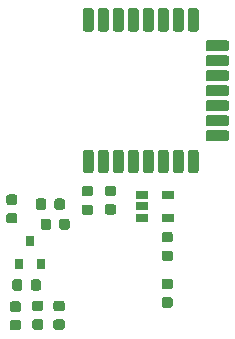
<source format=gbr>
G04 #@! TF.GenerationSoftware,KiCad,Pcbnew,5.1.2-f72e74a~84~ubuntu18.04.1*
G04 #@! TF.CreationDate,2019-08-30T12:47:12+08:00*
G04 #@! TF.ProjectId,handyfan,68616e64-7966-4616-9e2e-6b696361645f,rev?*
G04 #@! TF.SameCoordinates,Original*
G04 #@! TF.FileFunction,Paste,Top*
G04 #@! TF.FilePolarity,Positive*
%FSLAX46Y46*%
G04 Gerber Fmt 4.6, Leading zero omitted, Abs format (unit mm)*
G04 Created by KiCad (PCBNEW 5.1.2-f72e74a~84~ubuntu18.04.1) date 2019-08-30 12:47:12*
%MOMM*%
%LPD*%
G04 APERTURE LIST*
%ADD10R,0.800000X0.900000*%
%ADD11C,0.100000*%
%ADD12C,0.875000*%
%ADD13R,1.060000X0.650000*%
%ADD14C,0.900000*%
G04 APERTURE END LIST*
D10*
X92625000Y-99700000D03*
X94525000Y-99700000D03*
X93575000Y-97700000D03*
D11*
G36*
X100677691Y-94613553D02*
G01*
X100698926Y-94616703D01*
X100719750Y-94621919D01*
X100739962Y-94629151D01*
X100759368Y-94638330D01*
X100777781Y-94649366D01*
X100795024Y-94662154D01*
X100810930Y-94676570D01*
X100825346Y-94692476D01*
X100838134Y-94709719D01*
X100849170Y-94728132D01*
X100858349Y-94747538D01*
X100865581Y-94767750D01*
X100870797Y-94788574D01*
X100873947Y-94809809D01*
X100875000Y-94831250D01*
X100875000Y-95268750D01*
X100873947Y-95290191D01*
X100870797Y-95311426D01*
X100865581Y-95332250D01*
X100858349Y-95352462D01*
X100849170Y-95371868D01*
X100838134Y-95390281D01*
X100825346Y-95407524D01*
X100810930Y-95423430D01*
X100795024Y-95437846D01*
X100777781Y-95450634D01*
X100759368Y-95461670D01*
X100739962Y-95470849D01*
X100719750Y-95478081D01*
X100698926Y-95483297D01*
X100677691Y-95486447D01*
X100656250Y-95487500D01*
X100143750Y-95487500D01*
X100122309Y-95486447D01*
X100101074Y-95483297D01*
X100080250Y-95478081D01*
X100060038Y-95470849D01*
X100040632Y-95461670D01*
X100022219Y-95450634D01*
X100004976Y-95437846D01*
X99989070Y-95423430D01*
X99974654Y-95407524D01*
X99961866Y-95390281D01*
X99950830Y-95371868D01*
X99941651Y-95352462D01*
X99934419Y-95332250D01*
X99929203Y-95311426D01*
X99926053Y-95290191D01*
X99925000Y-95268750D01*
X99925000Y-94831250D01*
X99926053Y-94809809D01*
X99929203Y-94788574D01*
X99934419Y-94767750D01*
X99941651Y-94747538D01*
X99950830Y-94728132D01*
X99961866Y-94709719D01*
X99974654Y-94692476D01*
X99989070Y-94676570D01*
X100004976Y-94662154D01*
X100022219Y-94649366D01*
X100040632Y-94638330D01*
X100060038Y-94629151D01*
X100080250Y-94621919D01*
X100101074Y-94616703D01*
X100122309Y-94613553D01*
X100143750Y-94612500D01*
X100656250Y-94612500D01*
X100677691Y-94613553D01*
X100677691Y-94613553D01*
G37*
D12*
X100400000Y-95050000D03*
D11*
G36*
X100677691Y-93038553D02*
G01*
X100698926Y-93041703D01*
X100719750Y-93046919D01*
X100739962Y-93054151D01*
X100759368Y-93063330D01*
X100777781Y-93074366D01*
X100795024Y-93087154D01*
X100810930Y-93101570D01*
X100825346Y-93117476D01*
X100838134Y-93134719D01*
X100849170Y-93153132D01*
X100858349Y-93172538D01*
X100865581Y-93192750D01*
X100870797Y-93213574D01*
X100873947Y-93234809D01*
X100875000Y-93256250D01*
X100875000Y-93693750D01*
X100873947Y-93715191D01*
X100870797Y-93736426D01*
X100865581Y-93757250D01*
X100858349Y-93777462D01*
X100849170Y-93796868D01*
X100838134Y-93815281D01*
X100825346Y-93832524D01*
X100810930Y-93848430D01*
X100795024Y-93862846D01*
X100777781Y-93875634D01*
X100759368Y-93886670D01*
X100739962Y-93895849D01*
X100719750Y-93903081D01*
X100698926Y-93908297D01*
X100677691Y-93911447D01*
X100656250Y-93912500D01*
X100143750Y-93912500D01*
X100122309Y-93911447D01*
X100101074Y-93908297D01*
X100080250Y-93903081D01*
X100060038Y-93895849D01*
X100040632Y-93886670D01*
X100022219Y-93875634D01*
X100004976Y-93862846D01*
X99989070Y-93848430D01*
X99974654Y-93832524D01*
X99961866Y-93815281D01*
X99950830Y-93796868D01*
X99941651Y-93777462D01*
X99934419Y-93757250D01*
X99929203Y-93736426D01*
X99926053Y-93715191D01*
X99925000Y-93693750D01*
X99925000Y-93256250D01*
X99926053Y-93234809D01*
X99929203Y-93213574D01*
X99934419Y-93192750D01*
X99941651Y-93172538D01*
X99950830Y-93153132D01*
X99961866Y-93134719D01*
X99974654Y-93117476D01*
X99989070Y-93101570D01*
X100004976Y-93087154D01*
X100022219Y-93074366D01*
X100040632Y-93063330D01*
X100060038Y-93054151D01*
X100080250Y-93046919D01*
X100101074Y-93041703D01*
X100122309Y-93038553D01*
X100143750Y-93037500D01*
X100656250Y-93037500D01*
X100677691Y-93038553D01*
X100677691Y-93038553D01*
G37*
D12*
X100400000Y-93475000D03*
D11*
G36*
X105477691Y-102488553D02*
G01*
X105498926Y-102491703D01*
X105519750Y-102496919D01*
X105539962Y-102504151D01*
X105559368Y-102513330D01*
X105577781Y-102524366D01*
X105595024Y-102537154D01*
X105610930Y-102551570D01*
X105625346Y-102567476D01*
X105638134Y-102584719D01*
X105649170Y-102603132D01*
X105658349Y-102622538D01*
X105665581Y-102642750D01*
X105670797Y-102663574D01*
X105673947Y-102684809D01*
X105675000Y-102706250D01*
X105675000Y-103143750D01*
X105673947Y-103165191D01*
X105670797Y-103186426D01*
X105665581Y-103207250D01*
X105658349Y-103227462D01*
X105649170Y-103246868D01*
X105638134Y-103265281D01*
X105625346Y-103282524D01*
X105610930Y-103298430D01*
X105595024Y-103312846D01*
X105577781Y-103325634D01*
X105559368Y-103336670D01*
X105539962Y-103345849D01*
X105519750Y-103353081D01*
X105498926Y-103358297D01*
X105477691Y-103361447D01*
X105456250Y-103362500D01*
X104943750Y-103362500D01*
X104922309Y-103361447D01*
X104901074Y-103358297D01*
X104880250Y-103353081D01*
X104860038Y-103345849D01*
X104840632Y-103336670D01*
X104822219Y-103325634D01*
X104804976Y-103312846D01*
X104789070Y-103298430D01*
X104774654Y-103282524D01*
X104761866Y-103265281D01*
X104750830Y-103246868D01*
X104741651Y-103227462D01*
X104734419Y-103207250D01*
X104729203Y-103186426D01*
X104726053Y-103165191D01*
X104725000Y-103143750D01*
X104725000Y-102706250D01*
X104726053Y-102684809D01*
X104729203Y-102663574D01*
X104734419Y-102642750D01*
X104741651Y-102622538D01*
X104750830Y-102603132D01*
X104761866Y-102584719D01*
X104774654Y-102567476D01*
X104789070Y-102551570D01*
X104804976Y-102537154D01*
X104822219Y-102524366D01*
X104840632Y-102513330D01*
X104860038Y-102504151D01*
X104880250Y-102496919D01*
X104901074Y-102491703D01*
X104922309Y-102488553D01*
X104943750Y-102487500D01*
X105456250Y-102487500D01*
X105477691Y-102488553D01*
X105477691Y-102488553D01*
G37*
D12*
X105200000Y-102925000D03*
D11*
G36*
X105477691Y-100913553D02*
G01*
X105498926Y-100916703D01*
X105519750Y-100921919D01*
X105539962Y-100929151D01*
X105559368Y-100938330D01*
X105577781Y-100949366D01*
X105595024Y-100962154D01*
X105610930Y-100976570D01*
X105625346Y-100992476D01*
X105638134Y-101009719D01*
X105649170Y-101028132D01*
X105658349Y-101047538D01*
X105665581Y-101067750D01*
X105670797Y-101088574D01*
X105673947Y-101109809D01*
X105675000Y-101131250D01*
X105675000Y-101568750D01*
X105673947Y-101590191D01*
X105670797Y-101611426D01*
X105665581Y-101632250D01*
X105658349Y-101652462D01*
X105649170Y-101671868D01*
X105638134Y-101690281D01*
X105625346Y-101707524D01*
X105610930Y-101723430D01*
X105595024Y-101737846D01*
X105577781Y-101750634D01*
X105559368Y-101761670D01*
X105539962Y-101770849D01*
X105519750Y-101778081D01*
X105498926Y-101783297D01*
X105477691Y-101786447D01*
X105456250Y-101787500D01*
X104943750Y-101787500D01*
X104922309Y-101786447D01*
X104901074Y-101783297D01*
X104880250Y-101778081D01*
X104860038Y-101770849D01*
X104840632Y-101761670D01*
X104822219Y-101750634D01*
X104804976Y-101737846D01*
X104789070Y-101723430D01*
X104774654Y-101707524D01*
X104761866Y-101690281D01*
X104750830Y-101671868D01*
X104741651Y-101652462D01*
X104734419Y-101632250D01*
X104729203Y-101611426D01*
X104726053Y-101590191D01*
X104725000Y-101568750D01*
X104725000Y-101131250D01*
X104726053Y-101109809D01*
X104729203Y-101088574D01*
X104734419Y-101067750D01*
X104741651Y-101047538D01*
X104750830Y-101028132D01*
X104761866Y-101009719D01*
X104774654Y-100992476D01*
X104789070Y-100976570D01*
X104804976Y-100962154D01*
X104822219Y-100949366D01*
X104840632Y-100938330D01*
X104860038Y-100929151D01*
X104880250Y-100921919D01*
X104901074Y-100916703D01*
X104922309Y-100913553D01*
X104943750Y-100912500D01*
X105456250Y-100912500D01*
X105477691Y-100913553D01*
X105477691Y-100913553D01*
G37*
D12*
X105200000Y-101350000D03*
D11*
G36*
X105477691Y-96963553D02*
G01*
X105498926Y-96966703D01*
X105519750Y-96971919D01*
X105539962Y-96979151D01*
X105559368Y-96988330D01*
X105577781Y-96999366D01*
X105595024Y-97012154D01*
X105610930Y-97026570D01*
X105625346Y-97042476D01*
X105638134Y-97059719D01*
X105649170Y-97078132D01*
X105658349Y-97097538D01*
X105665581Y-97117750D01*
X105670797Y-97138574D01*
X105673947Y-97159809D01*
X105675000Y-97181250D01*
X105675000Y-97618750D01*
X105673947Y-97640191D01*
X105670797Y-97661426D01*
X105665581Y-97682250D01*
X105658349Y-97702462D01*
X105649170Y-97721868D01*
X105638134Y-97740281D01*
X105625346Y-97757524D01*
X105610930Y-97773430D01*
X105595024Y-97787846D01*
X105577781Y-97800634D01*
X105559368Y-97811670D01*
X105539962Y-97820849D01*
X105519750Y-97828081D01*
X105498926Y-97833297D01*
X105477691Y-97836447D01*
X105456250Y-97837500D01*
X104943750Y-97837500D01*
X104922309Y-97836447D01*
X104901074Y-97833297D01*
X104880250Y-97828081D01*
X104860038Y-97820849D01*
X104840632Y-97811670D01*
X104822219Y-97800634D01*
X104804976Y-97787846D01*
X104789070Y-97773430D01*
X104774654Y-97757524D01*
X104761866Y-97740281D01*
X104750830Y-97721868D01*
X104741651Y-97702462D01*
X104734419Y-97682250D01*
X104729203Y-97661426D01*
X104726053Y-97640191D01*
X104725000Y-97618750D01*
X104725000Y-97181250D01*
X104726053Y-97159809D01*
X104729203Y-97138574D01*
X104734419Y-97117750D01*
X104741651Y-97097538D01*
X104750830Y-97078132D01*
X104761866Y-97059719D01*
X104774654Y-97042476D01*
X104789070Y-97026570D01*
X104804976Y-97012154D01*
X104822219Y-96999366D01*
X104840632Y-96988330D01*
X104860038Y-96979151D01*
X104880250Y-96971919D01*
X104901074Y-96966703D01*
X104922309Y-96963553D01*
X104943750Y-96962500D01*
X105456250Y-96962500D01*
X105477691Y-96963553D01*
X105477691Y-96963553D01*
G37*
D12*
X105200000Y-97400000D03*
D11*
G36*
X105477691Y-98538553D02*
G01*
X105498926Y-98541703D01*
X105519750Y-98546919D01*
X105539962Y-98554151D01*
X105559368Y-98563330D01*
X105577781Y-98574366D01*
X105595024Y-98587154D01*
X105610930Y-98601570D01*
X105625346Y-98617476D01*
X105638134Y-98634719D01*
X105649170Y-98653132D01*
X105658349Y-98672538D01*
X105665581Y-98692750D01*
X105670797Y-98713574D01*
X105673947Y-98734809D01*
X105675000Y-98756250D01*
X105675000Y-99193750D01*
X105673947Y-99215191D01*
X105670797Y-99236426D01*
X105665581Y-99257250D01*
X105658349Y-99277462D01*
X105649170Y-99296868D01*
X105638134Y-99315281D01*
X105625346Y-99332524D01*
X105610930Y-99348430D01*
X105595024Y-99362846D01*
X105577781Y-99375634D01*
X105559368Y-99386670D01*
X105539962Y-99395849D01*
X105519750Y-99403081D01*
X105498926Y-99408297D01*
X105477691Y-99411447D01*
X105456250Y-99412500D01*
X104943750Y-99412500D01*
X104922309Y-99411447D01*
X104901074Y-99408297D01*
X104880250Y-99403081D01*
X104860038Y-99395849D01*
X104840632Y-99386670D01*
X104822219Y-99375634D01*
X104804976Y-99362846D01*
X104789070Y-99348430D01*
X104774654Y-99332524D01*
X104761866Y-99315281D01*
X104750830Y-99296868D01*
X104741651Y-99277462D01*
X104734419Y-99257250D01*
X104729203Y-99236426D01*
X104726053Y-99215191D01*
X104725000Y-99193750D01*
X104725000Y-98756250D01*
X104726053Y-98734809D01*
X104729203Y-98713574D01*
X104734419Y-98692750D01*
X104741651Y-98672538D01*
X104750830Y-98653132D01*
X104761866Y-98634719D01*
X104774654Y-98617476D01*
X104789070Y-98601570D01*
X104804976Y-98587154D01*
X104822219Y-98574366D01*
X104840632Y-98563330D01*
X104860038Y-98554151D01*
X104880250Y-98546919D01*
X104901074Y-98541703D01*
X104922309Y-98538553D01*
X104943750Y-98537500D01*
X105456250Y-98537500D01*
X105477691Y-98538553D01*
X105477691Y-98538553D01*
G37*
D12*
X105200000Y-98975000D03*
D13*
X103100000Y-93850000D03*
X103100000Y-94800000D03*
X103100000Y-95750000D03*
X105300000Y-95750000D03*
X105300000Y-93850000D03*
D11*
G36*
X98767054Y-90001083D02*
G01*
X98788895Y-90004323D01*
X98810314Y-90009688D01*
X98831104Y-90017127D01*
X98851064Y-90026568D01*
X98870003Y-90037919D01*
X98887738Y-90051073D01*
X98904099Y-90065901D01*
X98918927Y-90082262D01*
X98932081Y-90099997D01*
X98943432Y-90118936D01*
X98952873Y-90138896D01*
X98960312Y-90159686D01*
X98965677Y-90181105D01*
X98968917Y-90202946D01*
X98970000Y-90225000D01*
X98970000Y-91775000D01*
X98968917Y-91797054D01*
X98965677Y-91818895D01*
X98960312Y-91840314D01*
X98952873Y-91861104D01*
X98943432Y-91881064D01*
X98932081Y-91900003D01*
X98918927Y-91917738D01*
X98904099Y-91934099D01*
X98887738Y-91948927D01*
X98870003Y-91962081D01*
X98851064Y-91973432D01*
X98831104Y-91982873D01*
X98810314Y-91990312D01*
X98788895Y-91995677D01*
X98767054Y-91998917D01*
X98745000Y-92000000D01*
X98295000Y-92000000D01*
X98272946Y-91998917D01*
X98251105Y-91995677D01*
X98229686Y-91990312D01*
X98208896Y-91982873D01*
X98188936Y-91973432D01*
X98169997Y-91962081D01*
X98152262Y-91948927D01*
X98135901Y-91934099D01*
X98121073Y-91917738D01*
X98107919Y-91900003D01*
X98096568Y-91881064D01*
X98087127Y-91861104D01*
X98079688Y-91840314D01*
X98074323Y-91818895D01*
X98071083Y-91797054D01*
X98070000Y-91775000D01*
X98070000Y-90225000D01*
X98071083Y-90202946D01*
X98074323Y-90181105D01*
X98079688Y-90159686D01*
X98087127Y-90138896D01*
X98096568Y-90118936D01*
X98107919Y-90099997D01*
X98121073Y-90082262D01*
X98135901Y-90065901D01*
X98152262Y-90051073D01*
X98169997Y-90037919D01*
X98188936Y-90026568D01*
X98208896Y-90017127D01*
X98229686Y-90009688D01*
X98251105Y-90004323D01*
X98272946Y-90001083D01*
X98295000Y-90000000D01*
X98745000Y-90000000D01*
X98767054Y-90001083D01*
X98767054Y-90001083D01*
G37*
D14*
X98520000Y-91000000D03*
D11*
G36*
X100037054Y-90001083D02*
G01*
X100058895Y-90004323D01*
X100080314Y-90009688D01*
X100101104Y-90017127D01*
X100121064Y-90026568D01*
X100140003Y-90037919D01*
X100157738Y-90051073D01*
X100174099Y-90065901D01*
X100188927Y-90082262D01*
X100202081Y-90099997D01*
X100213432Y-90118936D01*
X100222873Y-90138896D01*
X100230312Y-90159686D01*
X100235677Y-90181105D01*
X100238917Y-90202946D01*
X100240000Y-90225000D01*
X100240000Y-91775000D01*
X100238917Y-91797054D01*
X100235677Y-91818895D01*
X100230312Y-91840314D01*
X100222873Y-91861104D01*
X100213432Y-91881064D01*
X100202081Y-91900003D01*
X100188927Y-91917738D01*
X100174099Y-91934099D01*
X100157738Y-91948927D01*
X100140003Y-91962081D01*
X100121064Y-91973432D01*
X100101104Y-91982873D01*
X100080314Y-91990312D01*
X100058895Y-91995677D01*
X100037054Y-91998917D01*
X100015000Y-92000000D01*
X99565000Y-92000000D01*
X99542946Y-91998917D01*
X99521105Y-91995677D01*
X99499686Y-91990312D01*
X99478896Y-91982873D01*
X99458936Y-91973432D01*
X99439997Y-91962081D01*
X99422262Y-91948927D01*
X99405901Y-91934099D01*
X99391073Y-91917738D01*
X99377919Y-91900003D01*
X99366568Y-91881064D01*
X99357127Y-91861104D01*
X99349688Y-91840314D01*
X99344323Y-91818895D01*
X99341083Y-91797054D01*
X99340000Y-91775000D01*
X99340000Y-90225000D01*
X99341083Y-90202946D01*
X99344323Y-90181105D01*
X99349688Y-90159686D01*
X99357127Y-90138896D01*
X99366568Y-90118936D01*
X99377919Y-90099997D01*
X99391073Y-90082262D01*
X99405901Y-90065901D01*
X99422262Y-90051073D01*
X99439997Y-90037919D01*
X99458936Y-90026568D01*
X99478896Y-90017127D01*
X99499686Y-90009688D01*
X99521105Y-90004323D01*
X99542946Y-90001083D01*
X99565000Y-90000000D01*
X100015000Y-90000000D01*
X100037054Y-90001083D01*
X100037054Y-90001083D01*
G37*
D14*
X99790000Y-91000000D03*
D11*
G36*
X101307054Y-90001083D02*
G01*
X101328895Y-90004323D01*
X101350314Y-90009688D01*
X101371104Y-90017127D01*
X101391064Y-90026568D01*
X101410003Y-90037919D01*
X101427738Y-90051073D01*
X101444099Y-90065901D01*
X101458927Y-90082262D01*
X101472081Y-90099997D01*
X101483432Y-90118936D01*
X101492873Y-90138896D01*
X101500312Y-90159686D01*
X101505677Y-90181105D01*
X101508917Y-90202946D01*
X101510000Y-90225000D01*
X101510000Y-91775000D01*
X101508917Y-91797054D01*
X101505677Y-91818895D01*
X101500312Y-91840314D01*
X101492873Y-91861104D01*
X101483432Y-91881064D01*
X101472081Y-91900003D01*
X101458927Y-91917738D01*
X101444099Y-91934099D01*
X101427738Y-91948927D01*
X101410003Y-91962081D01*
X101391064Y-91973432D01*
X101371104Y-91982873D01*
X101350314Y-91990312D01*
X101328895Y-91995677D01*
X101307054Y-91998917D01*
X101285000Y-92000000D01*
X100835000Y-92000000D01*
X100812946Y-91998917D01*
X100791105Y-91995677D01*
X100769686Y-91990312D01*
X100748896Y-91982873D01*
X100728936Y-91973432D01*
X100709997Y-91962081D01*
X100692262Y-91948927D01*
X100675901Y-91934099D01*
X100661073Y-91917738D01*
X100647919Y-91900003D01*
X100636568Y-91881064D01*
X100627127Y-91861104D01*
X100619688Y-91840314D01*
X100614323Y-91818895D01*
X100611083Y-91797054D01*
X100610000Y-91775000D01*
X100610000Y-90225000D01*
X100611083Y-90202946D01*
X100614323Y-90181105D01*
X100619688Y-90159686D01*
X100627127Y-90138896D01*
X100636568Y-90118936D01*
X100647919Y-90099997D01*
X100661073Y-90082262D01*
X100675901Y-90065901D01*
X100692262Y-90051073D01*
X100709997Y-90037919D01*
X100728936Y-90026568D01*
X100748896Y-90017127D01*
X100769686Y-90009688D01*
X100791105Y-90004323D01*
X100812946Y-90001083D01*
X100835000Y-90000000D01*
X101285000Y-90000000D01*
X101307054Y-90001083D01*
X101307054Y-90001083D01*
G37*
D14*
X101060000Y-91000000D03*
D11*
G36*
X102577054Y-90001083D02*
G01*
X102598895Y-90004323D01*
X102620314Y-90009688D01*
X102641104Y-90017127D01*
X102661064Y-90026568D01*
X102680003Y-90037919D01*
X102697738Y-90051073D01*
X102714099Y-90065901D01*
X102728927Y-90082262D01*
X102742081Y-90099997D01*
X102753432Y-90118936D01*
X102762873Y-90138896D01*
X102770312Y-90159686D01*
X102775677Y-90181105D01*
X102778917Y-90202946D01*
X102780000Y-90225000D01*
X102780000Y-91775000D01*
X102778917Y-91797054D01*
X102775677Y-91818895D01*
X102770312Y-91840314D01*
X102762873Y-91861104D01*
X102753432Y-91881064D01*
X102742081Y-91900003D01*
X102728927Y-91917738D01*
X102714099Y-91934099D01*
X102697738Y-91948927D01*
X102680003Y-91962081D01*
X102661064Y-91973432D01*
X102641104Y-91982873D01*
X102620314Y-91990312D01*
X102598895Y-91995677D01*
X102577054Y-91998917D01*
X102555000Y-92000000D01*
X102105000Y-92000000D01*
X102082946Y-91998917D01*
X102061105Y-91995677D01*
X102039686Y-91990312D01*
X102018896Y-91982873D01*
X101998936Y-91973432D01*
X101979997Y-91962081D01*
X101962262Y-91948927D01*
X101945901Y-91934099D01*
X101931073Y-91917738D01*
X101917919Y-91900003D01*
X101906568Y-91881064D01*
X101897127Y-91861104D01*
X101889688Y-91840314D01*
X101884323Y-91818895D01*
X101881083Y-91797054D01*
X101880000Y-91775000D01*
X101880000Y-90225000D01*
X101881083Y-90202946D01*
X101884323Y-90181105D01*
X101889688Y-90159686D01*
X101897127Y-90138896D01*
X101906568Y-90118936D01*
X101917919Y-90099997D01*
X101931073Y-90082262D01*
X101945901Y-90065901D01*
X101962262Y-90051073D01*
X101979997Y-90037919D01*
X101998936Y-90026568D01*
X102018896Y-90017127D01*
X102039686Y-90009688D01*
X102061105Y-90004323D01*
X102082946Y-90001083D01*
X102105000Y-90000000D01*
X102555000Y-90000000D01*
X102577054Y-90001083D01*
X102577054Y-90001083D01*
G37*
D14*
X102330000Y-91000000D03*
D11*
G36*
X103847054Y-90001083D02*
G01*
X103868895Y-90004323D01*
X103890314Y-90009688D01*
X103911104Y-90017127D01*
X103931064Y-90026568D01*
X103950003Y-90037919D01*
X103967738Y-90051073D01*
X103984099Y-90065901D01*
X103998927Y-90082262D01*
X104012081Y-90099997D01*
X104023432Y-90118936D01*
X104032873Y-90138896D01*
X104040312Y-90159686D01*
X104045677Y-90181105D01*
X104048917Y-90202946D01*
X104050000Y-90225000D01*
X104050000Y-91775000D01*
X104048917Y-91797054D01*
X104045677Y-91818895D01*
X104040312Y-91840314D01*
X104032873Y-91861104D01*
X104023432Y-91881064D01*
X104012081Y-91900003D01*
X103998927Y-91917738D01*
X103984099Y-91934099D01*
X103967738Y-91948927D01*
X103950003Y-91962081D01*
X103931064Y-91973432D01*
X103911104Y-91982873D01*
X103890314Y-91990312D01*
X103868895Y-91995677D01*
X103847054Y-91998917D01*
X103825000Y-92000000D01*
X103375000Y-92000000D01*
X103352946Y-91998917D01*
X103331105Y-91995677D01*
X103309686Y-91990312D01*
X103288896Y-91982873D01*
X103268936Y-91973432D01*
X103249997Y-91962081D01*
X103232262Y-91948927D01*
X103215901Y-91934099D01*
X103201073Y-91917738D01*
X103187919Y-91900003D01*
X103176568Y-91881064D01*
X103167127Y-91861104D01*
X103159688Y-91840314D01*
X103154323Y-91818895D01*
X103151083Y-91797054D01*
X103150000Y-91775000D01*
X103150000Y-90225000D01*
X103151083Y-90202946D01*
X103154323Y-90181105D01*
X103159688Y-90159686D01*
X103167127Y-90138896D01*
X103176568Y-90118936D01*
X103187919Y-90099997D01*
X103201073Y-90082262D01*
X103215901Y-90065901D01*
X103232262Y-90051073D01*
X103249997Y-90037919D01*
X103268936Y-90026568D01*
X103288896Y-90017127D01*
X103309686Y-90009688D01*
X103331105Y-90004323D01*
X103352946Y-90001083D01*
X103375000Y-90000000D01*
X103825000Y-90000000D01*
X103847054Y-90001083D01*
X103847054Y-90001083D01*
G37*
D14*
X103600000Y-91000000D03*
D11*
G36*
X105117054Y-90001083D02*
G01*
X105138895Y-90004323D01*
X105160314Y-90009688D01*
X105181104Y-90017127D01*
X105201064Y-90026568D01*
X105220003Y-90037919D01*
X105237738Y-90051073D01*
X105254099Y-90065901D01*
X105268927Y-90082262D01*
X105282081Y-90099997D01*
X105293432Y-90118936D01*
X105302873Y-90138896D01*
X105310312Y-90159686D01*
X105315677Y-90181105D01*
X105318917Y-90202946D01*
X105320000Y-90225000D01*
X105320000Y-91775000D01*
X105318917Y-91797054D01*
X105315677Y-91818895D01*
X105310312Y-91840314D01*
X105302873Y-91861104D01*
X105293432Y-91881064D01*
X105282081Y-91900003D01*
X105268927Y-91917738D01*
X105254099Y-91934099D01*
X105237738Y-91948927D01*
X105220003Y-91962081D01*
X105201064Y-91973432D01*
X105181104Y-91982873D01*
X105160314Y-91990312D01*
X105138895Y-91995677D01*
X105117054Y-91998917D01*
X105095000Y-92000000D01*
X104645000Y-92000000D01*
X104622946Y-91998917D01*
X104601105Y-91995677D01*
X104579686Y-91990312D01*
X104558896Y-91982873D01*
X104538936Y-91973432D01*
X104519997Y-91962081D01*
X104502262Y-91948927D01*
X104485901Y-91934099D01*
X104471073Y-91917738D01*
X104457919Y-91900003D01*
X104446568Y-91881064D01*
X104437127Y-91861104D01*
X104429688Y-91840314D01*
X104424323Y-91818895D01*
X104421083Y-91797054D01*
X104420000Y-91775000D01*
X104420000Y-90225000D01*
X104421083Y-90202946D01*
X104424323Y-90181105D01*
X104429688Y-90159686D01*
X104437127Y-90138896D01*
X104446568Y-90118936D01*
X104457919Y-90099997D01*
X104471073Y-90082262D01*
X104485901Y-90065901D01*
X104502262Y-90051073D01*
X104519997Y-90037919D01*
X104538936Y-90026568D01*
X104558896Y-90017127D01*
X104579686Y-90009688D01*
X104601105Y-90004323D01*
X104622946Y-90001083D01*
X104645000Y-90000000D01*
X105095000Y-90000000D01*
X105117054Y-90001083D01*
X105117054Y-90001083D01*
G37*
D14*
X104870000Y-91000000D03*
D11*
G36*
X106387054Y-90001083D02*
G01*
X106408895Y-90004323D01*
X106430314Y-90009688D01*
X106451104Y-90017127D01*
X106471064Y-90026568D01*
X106490003Y-90037919D01*
X106507738Y-90051073D01*
X106524099Y-90065901D01*
X106538927Y-90082262D01*
X106552081Y-90099997D01*
X106563432Y-90118936D01*
X106572873Y-90138896D01*
X106580312Y-90159686D01*
X106585677Y-90181105D01*
X106588917Y-90202946D01*
X106590000Y-90225000D01*
X106590000Y-91775000D01*
X106588917Y-91797054D01*
X106585677Y-91818895D01*
X106580312Y-91840314D01*
X106572873Y-91861104D01*
X106563432Y-91881064D01*
X106552081Y-91900003D01*
X106538927Y-91917738D01*
X106524099Y-91934099D01*
X106507738Y-91948927D01*
X106490003Y-91962081D01*
X106471064Y-91973432D01*
X106451104Y-91982873D01*
X106430314Y-91990312D01*
X106408895Y-91995677D01*
X106387054Y-91998917D01*
X106365000Y-92000000D01*
X105915000Y-92000000D01*
X105892946Y-91998917D01*
X105871105Y-91995677D01*
X105849686Y-91990312D01*
X105828896Y-91982873D01*
X105808936Y-91973432D01*
X105789997Y-91962081D01*
X105772262Y-91948927D01*
X105755901Y-91934099D01*
X105741073Y-91917738D01*
X105727919Y-91900003D01*
X105716568Y-91881064D01*
X105707127Y-91861104D01*
X105699688Y-91840314D01*
X105694323Y-91818895D01*
X105691083Y-91797054D01*
X105690000Y-91775000D01*
X105690000Y-90225000D01*
X105691083Y-90202946D01*
X105694323Y-90181105D01*
X105699688Y-90159686D01*
X105707127Y-90138896D01*
X105716568Y-90118936D01*
X105727919Y-90099997D01*
X105741073Y-90082262D01*
X105755901Y-90065901D01*
X105772262Y-90051073D01*
X105789997Y-90037919D01*
X105808936Y-90026568D01*
X105828896Y-90017127D01*
X105849686Y-90009688D01*
X105871105Y-90004323D01*
X105892946Y-90001083D01*
X105915000Y-90000000D01*
X106365000Y-90000000D01*
X106387054Y-90001083D01*
X106387054Y-90001083D01*
G37*
D14*
X106140000Y-91000000D03*
D11*
G36*
X101307054Y-78001083D02*
G01*
X101328895Y-78004323D01*
X101350314Y-78009688D01*
X101371104Y-78017127D01*
X101391064Y-78026568D01*
X101410003Y-78037919D01*
X101427738Y-78051073D01*
X101444099Y-78065901D01*
X101458927Y-78082262D01*
X101472081Y-78099997D01*
X101483432Y-78118936D01*
X101492873Y-78138896D01*
X101500312Y-78159686D01*
X101505677Y-78181105D01*
X101508917Y-78202946D01*
X101510000Y-78225000D01*
X101510000Y-79775000D01*
X101508917Y-79797054D01*
X101505677Y-79818895D01*
X101500312Y-79840314D01*
X101492873Y-79861104D01*
X101483432Y-79881064D01*
X101472081Y-79900003D01*
X101458927Y-79917738D01*
X101444099Y-79934099D01*
X101427738Y-79948927D01*
X101410003Y-79962081D01*
X101391064Y-79973432D01*
X101371104Y-79982873D01*
X101350314Y-79990312D01*
X101328895Y-79995677D01*
X101307054Y-79998917D01*
X101285000Y-80000000D01*
X100835000Y-80000000D01*
X100812946Y-79998917D01*
X100791105Y-79995677D01*
X100769686Y-79990312D01*
X100748896Y-79982873D01*
X100728936Y-79973432D01*
X100709997Y-79962081D01*
X100692262Y-79948927D01*
X100675901Y-79934099D01*
X100661073Y-79917738D01*
X100647919Y-79900003D01*
X100636568Y-79881064D01*
X100627127Y-79861104D01*
X100619688Y-79840314D01*
X100614323Y-79818895D01*
X100611083Y-79797054D01*
X100610000Y-79775000D01*
X100610000Y-78225000D01*
X100611083Y-78202946D01*
X100614323Y-78181105D01*
X100619688Y-78159686D01*
X100627127Y-78138896D01*
X100636568Y-78118936D01*
X100647919Y-78099997D01*
X100661073Y-78082262D01*
X100675901Y-78065901D01*
X100692262Y-78051073D01*
X100709997Y-78037919D01*
X100728936Y-78026568D01*
X100748896Y-78017127D01*
X100769686Y-78009688D01*
X100791105Y-78004323D01*
X100812946Y-78001083D01*
X100835000Y-78000000D01*
X101285000Y-78000000D01*
X101307054Y-78001083D01*
X101307054Y-78001083D01*
G37*
D14*
X101060000Y-79000000D03*
D11*
G36*
X103847054Y-78001083D02*
G01*
X103868895Y-78004323D01*
X103890314Y-78009688D01*
X103911104Y-78017127D01*
X103931064Y-78026568D01*
X103950003Y-78037919D01*
X103967738Y-78051073D01*
X103984099Y-78065901D01*
X103998927Y-78082262D01*
X104012081Y-78099997D01*
X104023432Y-78118936D01*
X104032873Y-78138896D01*
X104040312Y-78159686D01*
X104045677Y-78181105D01*
X104048917Y-78202946D01*
X104050000Y-78225000D01*
X104050000Y-79775000D01*
X104048917Y-79797054D01*
X104045677Y-79818895D01*
X104040312Y-79840314D01*
X104032873Y-79861104D01*
X104023432Y-79881064D01*
X104012081Y-79900003D01*
X103998927Y-79917738D01*
X103984099Y-79934099D01*
X103967738Y-79948927D01*
X103950003Y-79962081D01*
X103931064Y-79973432D01*
X103911104Y-79982873D01*
X103890314Y-79990312D01*
X103868895Y-79995677D01*
X103847054Y-79998917D01*
X103825000Y-80000000D01*
X103375000Y-80000000D01*
X103352946Y-79998917D01*
X103331105Y-79995677D01*
X103309686Y-79990312D01*
X103288896Y-79982873D01*
X103268936Y-79973432D01*
X103249997Y-79962081D01*
X103232262Y-79948927D01*
X103215901Y-79934099D01*
X103201073Y-79917738D01*
X103187919Y-79900003D01*
X103176568Y-79881064D01*
X103167127Y-79861104D01*
X103159688Y-79840314D01*
X103154323Y-79818895D01*
X103151083Y-79797054D01*
X103150000Y-79775000D01*
X103150000Y-78225000D01*
X103151083Y-78202946D01*
X103154323Y-78181105D01*
X103159688Y-78159686D01*
X103167127Y-78138896D01*
X103176568Y-78118936D01*
X103187919Y-78099997D01*
X103201073Y-78082262D01*
X103215901Y-78065901D01*
X103232262Y-78051073D01*
X103249997Y-78037919D01*
X103268936Y-78026568D01*
X103288896Y-78017127D01*
X103309686Y-78009688D01*
X103331105Y-78004323D01*
X103352946Y-78001083D01*
X103375000Y-78000000D01*
X103825000Y-78000000D01*
X103847054Y-78001083D01*
X103847054Y-78001083D01*
G37*
D14*
X103600000Y-79000000D03*
D11*
G36*
X106387054Y-78001083D02*
G01*
X106408895Y-78004323D01*
X106430314Y-78009688D01*
X106451104Y-78017127D01*
X106471064Y-78026568D01*
X106490003Y-78037919D01*
X106507738Y-78051073D01*
X106524099Y-78065901D01*
X106538927Y-78082262D01*
X106552081Y-78099997D01*
X106563432Y-78118936D01*
X106572873Y-78138896D01*
X106580312Y-78159686D01*
X106585677Y-78181105D01*
X106588917Y-78202946D01*
X106590000Y-78225000D01*
X106590000Y-79775000D01*
X106588917Y-79797054D01*
X106585677Y-79818895D01*
X106580312Y-79840314D01*
X106572873Y-79861104D01*
X106563432Y-79881064D01*
X106552081Y-79900003D01*
X106538927Y-79917738D01*
X106524099Y-79934099D01*
X106507738Y-79948927D01*
X106490003Y-79962081D01*
X106471064Y-79973432D01*
X106451104Y-79982873D01*
X106430314Y-79990312D01*
X106408895Y-79995677D01*
X106387054Y-79998917D01*
X106365000Y-80000000D01*
X105915000Y-80000000D01*
X105892946Y-79998917D01*
X105871105Y-79995677D01*
X105849686Y-79990312D01*
X105828896Y-79982873D01*
X105808936Y-79973432D01*
X105789997Y-79962081D01*
X105772262Y-79948927D01*
X105755901Y-79934099D01*
X105741073Y-79917738D01*
X105727919Y-79900003D01*
X105716568Y-79881064D01*
X105707127Y-79861104D01*
X105699688Y-79840314D01*
X105694323Y-79818895D01*
X105691083Y-79797054D01*
X105690000Y-79775000D01*
X105690000Y-78225000D01*
X105691083Y-78202946D01*
X105694323Y-78181105D01*
X105699688Y-78159686D01*
X105707127Y-78138896D01*
X105716568Y-78118936D01*
X105727919Y-78099997D01*
X105741073Y-78082262D01*
X105755901Y-78065901D01*
X105772262Y-78051073D01*
X105789997Y-78037919D01*
X105808936Y-78026568D01*
X105828896Y-78017127D01*
X105849686Y-78009688D01*
X105871105Y-78004323D01*
X105892946Y-78001083D01*
X105915000Y-78000000D01*
X106365000Y-78000000D01*
X106387054Y-78001083D01*
X106387054Y-78001083D01*
G37*
D14*
X106140000Y-79000000D03*
D11*
G36*
X105117054Y-78001083D02*
G01*
X105138895Y-78004323D01*
X105160314Y-78009688D01*
X105181104Y-78017127D01*
X105201064Y-78026568D01*
X105220003Y-78037919D01*
X105237738Y-78051073D01*
X105254099Y-78065901D01*
X105268927Y-78082262D01*
X105282081Y-78099997D01*
X105293432Y-78118936D01*
X105302873Y-78138896D01*
X105310312Y-78159686D01*
X105315677Y-78181105D01*
X105318917Y-78202946D01*
X105320000Y-78225000D01*
X105320000Y-79775000D01*
X105318917Y-79797054D01*
X105315677Y-79818895D01*
X105310312Y-79840314D01*
X105302873Y-79861104D01*
X105293432Y-79881064D01*
X105282081Y-79900003D01*
X105268927Y-79917738D01*
X105254099Y-79934099D01*
X105237738Y-79948927D01*
X105220003Y-79962081D01*
X105201064Y-79973432D01*
X105181104Y-79982873D01*
X105160314Y-79990312D01*
X105138895Y-79995677D01*
X105117054Y-79998917D01*
X105095000Y-80000000D01*
X104645000Y-80000000D01*
X104622946Y-79998917D01*
X104601105Y-79995677D01*
X104579686Y-79990312D01*
X104558896Y-79982873D01*
X104538936Y-79973432D01*
X104519997Y-79962081D01*
X104502262Y-79948927D01*
X104485901Y-79934099D01*
X104471073Y-79917738D01*
X104457919Y-79900003D01*
X104446568Y-79881064D01*
X104437127Y-79861104D01*
X104429688Y-79840314D01*
X104424323Y-79818895D01*
X104421083Y-79797054D01*
X104420000Y-79775000D01*
X104420000Y-78225000D01*
X104421083Y-78202946D01*
X104424323Y-78181105D01*
X104429688Y-78159686D01*
X104437127Y-78138896D01*
X104446568Y-78118936D01*
X104457919Y-78099997D01*
X104471073Y-78082262D01*
X104485901Y-78065901D01*
X104502262Y-78051073D01*
X104519997Y-78037919D01*
X104538936Y-78026568D01*
X104558896Y-78017127D01*
X104579686Y-78009688D01*
X104601105Y-78004323D01*
X104622946Y-78001083D01*
X104645000Y-78000000D01*
X105095000Y-78000000D01*
X105117054Y-78001083D01*
X105117054Y-78001083D01*
G37*
D14*
X104870000Y-79000000D03*
D11*
G36*
X100037054Y-78001083D02*
G01*
X100058895Y-78004323D01*
X100080314Y-78009688D01*
X100101104Y-78017127D01*
X100121064Y-78026568D01*
X100140003Y-78037919D01*
X100157738Y-78051073D01*
X100174099Y-78065901D01*
X100188927Y-78082262D01*
X100202081Y-78099997D01*
X100213432Y-78118936D01*
X100222873Y-78138896D01*
X100230312Y-78159686D01*
X100235677Y-78181105D01*
X100238917Y-78202946D01*
X100240000Y-78225000D01*
X100240000Y-79775000D01*
X100238917Y-79797054D01*
X100235677Y-79818895D01*
X100230312Y-79840314D01*
X100222873Y-79861104D01*
X100213432Y-79881064D01*
X100202081Y-79900003D01*
X100188927Y-79917738D01*
X100174099Y-79934099D01*
X100157738Y-79948927D01*
X100140003Y-79962081D01*
X100121064Y-79973432D01*
X100101104Y-79982873D01*
X100080314Y-79990312D01*
X100058895Y-79995677D01*
X100037054Y-79998917D01*
X100015000Y-80000000D01*
X99565000Y-80000000D01*
X99542946Y-79998917D01*
X99521105Y-79995677D01*
X99499686Y-79990312D01*
X99478896Y-79982873D01*
X99458936Y-79973432D01*
X99439997Y-79962081D01*
X99422262Y-79948927D01*
X99405901Y-79934099D01*
X99391073Y-79917738D01*
X99377919Y-79900003D01*
X99366568Y-79881064D01*
X99357127Y-79861104D01*
X99349688Y-79840314D01*
X99344323Y-79818895D01*
X99341083Y-79797054D01*
X99340000Y-79775000D01*
X99340000Y-78225000D01*
X99341083Y-78202946D01*
X99344323Y-78181105D01*
X99349688Y-78159686D01*
X99357127Y-78138896D01*
X99366568Y-78118936D01*
X99377919Y-78099997D01*
X99391073Y-78082262D01*
X99405901Y-78065901D01*
X99422262Y-78051073D01*
X99439997Y-78037919D01*
X99458936Y-78026568D01*
X99478896Y-78017127D01*
X99499686Y-78009688D01*
X99521105Y-78004323D01*
X99542946Y-78001083D01*
X99565000Y-78000000D01*
X100015000Y-78000000D01*
X100037054Y-78001083D01*
X100037054Y-78001083D01*
G37*
D14*
X99790000Y-79000000D03*
D11*
G36*
X102577054Y-78001083D02*
G01*
X102598895Y-78004323D01*
X102620314Y-78009688D01*
X102641104Y-78017127D01*
X102661064Y-78026568D01*
X102680003Y-78037919D01*
X102697738Y-78051073D01*
X102714099Y-78065901D01*
X102728927Y-78082262D01*
X102742081Y-78099997D01*
X102753432Y-78118936D01*
X102762873Y-78138896D01*
X102770312Y-78159686D01*
X102775677Y-78181105D01*
X102778917Y-78202946D01*
X102780000Y-78225000D01*
X102780000Y-79775000D01*
X102778917Y-79797054D01*
X102775677Y-79818895D01*
X102770312Y-79840314D01*
X102762873Y-79861104D01*
X102753432Y-79881064D01*
X102742081Y-79900003D01*
X102728927Y-79917738D01*
X102714099Y-79934099D01*
X102697738Y-79948927D01*
X102680003Y-79962081D01*
X102661064Y-79973432D01*
X102641104Y-79982873D01*
X102620314Y-79990312D01*
X102598895Y-79995677D01*
X102577054Y-79998917D01*
X102555000Y-80000000D01*
X102105000Y-80000000D01*
X102082946Y-79998917D01*
X102061105Y-79995677D01*
X102039686Y-79990312D01*
X102018896Y-79982873D01*
X101998936Y-79973432D01*
X101979997Y-79962081D01*
X101962262Y-79948927D01*
X101945901Y-79934099D01*
X101931073Y-79917738D01*
X101917919Y-79900003D01*
X101906568Y-79881064D01*
X101897127Y-79861104D01*
X101889688Y-79840314D01*
X101884323Y-79818895D01*
X101881083Y-79797054D01*
X101880000Y-79775000D01*
X101880000Y-78225000D01*
X101881083Y-78202946D01*
X101884323Y-78181105D01*
X101889688Y-78159686D01*
X101897127Y-78138896D01*
X101906568Y-78118936D01*
X101917919Y-78099997D01*
X101931073Y-78082262D01*
X101945901Y-78065901D01*
X101962262Y-78051073D01*
X101979997Y-78037919D01*
X101998936Y-78026568D01*
X102018896Y-78017127D01*
X102039686Y-78009688D01*
X102061105Y-78004323D01*
X102082946Y-78001083D01*
X102105000Y-78000000D01*
X102555000Y-78000000D01*
X102577054Y-78001083D01*
X102577054Y-78001083D01*
G37*
D14*
X102330000Y-79000000D03*
D11*
G36*
X98767054Y-78001083D02*
G01*
X98788895Y-78004323D01*
X98810314Y-78009688D01*
X98831104Y-78017127D01*
X98851064Y-78026568D01*
X98870003Y-78037919D01*
X98887738Y-78051073D01*
X98904099Y-78065901D01*
X98918927Y-78082262D01*
X98932081Y-78099997D01*
X98943432Y-78118936D01*
X98952873Y-78138896D01*
X98960312Y-78159686D01*
X98965677Y-78181105D01*
X98968917Y-78202946D01*
X98970000Y-78225000D01*
X98970000Y-79775000D01*
X98968917Y-79797054D01*
X98965677Y-79818895D01*
X98960312Y-79840314D01*
X98952873Y-79861104D01*
X98943432Y-79881064D01*
X98932081Y-79900003D01*
X98918927Y-79917738D01*
X98904099Y-79934099D01*
X98887738Y-79948927D01*
X98870003Y-79962081D01*
X98851064Y-79973432D01*
X98831104Y-79982873D01*
X98810314Y-79990312D01*
X98788895Y-79995677D01*
X98767054Y-79998917D01*
X98745000Y-80000000D01*
X98295000Y-80000000D01*
X98272946Y-79998917D01*
X98251105Y-79995677D01*
X98229686Y-79990312D01*
X98208896Y-79982873D01*
X98188936Y-79973432D01*
X98169997Y-79962081D01*
X98152262Y-79948927D01*
X98135901Y-79934099D01*
X98121073Y-79917738D01*
X98107919Y-79900003D01*
X98096568Y-79881064D01*
X98087127Y-79861104D01*
X98079688Y-79840314D01*
X98074323Y-79818895D01*
X98071083Y-79797054D01*
X98070000Y-79775000D01*
X98070000Y-78225000D01*
X98071083Y-78202946D01*
X98074323Y-78181105D01*
X98079688Y-78159686D01*
X98087127Y-78138896D01*
X98096568Y-78118936D01*
X98107919Y-78099997D01*
X98121073Y-78082262D01*
X98135901Y-78065901D01*
X98152262Y-78051073D01*
X98169997Y-78037919D01*
X98188936Y-78026568D01*
X98208896Y-78017127D01*
X98229686Y-78009688D01*
X98251105Y-78004323D01*
X98272946Y-78001083D01*
X98295000Y-78000000D01*
X98745000Y-78000000D01*
X98767054Y-78001083D01*
X98767054Y-78001083D01*
G37*
D14*
X98520000Y-79000000D03*
D11*
G36*
X107657054Y-90001083D02*
G01*
X107678895Y-90004323D01*
X107700314Y-90009688D01*
X107721104Y-90017127D01*
X107741064Y-90026568D01*
X107760003Y-90037919D01*
X107777738Y-90051073D01*
X107794099Y-90065901D01*
X107808927Y-90082262D01*
X107822081Y-90099997D01*
X107833432Y-90118936D01*
X107842873Y-90138896D01*
X107850312Y-90159686D01*
X107855677Y-90181105D01*
X107858917Y-90202946D01*
X107860000Y-90225000D01*
X107860000Y-91775000D01*
X107858917Y-91797054D01*
X107855677Y-91818895D01*
X107850312Y-91840314D01*
X107842873Y-91861104D01*
X107833432Y-91881064D01*
X107822081Y-91900003D01*
X107808927Y-91917738D01*
X107794099Y-91934099D01*
X107777738Y-91948927D01*
X107760003Y-91962081D01*
X107741064Y-91973432D01*
X107721104Y-91982873D01*
X107700314Y-91990312D01*
X107678895Y-91995677D01*
X107657054Y-91998917D01*
X107635000Y-92000000D01*
X107185000Y-92000000D01*
X107162946Y-91998917D01*
X107141105Y-91995677D01*
X107119686Y-91990312D01*
X107098896Y-91982873D01*
X107078936Y-91973432D01*
X107059997Y-91962081D01*
X107042262Y-91948927D01*
X107025901Y-91934099D01*
X107011073Y-91917738D01*
X106997919Y-91900003D01*
X106986568Y-91881064D01*
X106977127Y-91861104D01*
X106969688Y-91840314D01*
X106964323Y-91818895D01*
X106961083Y-91797054D01*
X106960000Y-91775000D01*
X106960000Y-90225000D01*
X106961083Y-90202946D01*
X106964323Y-90181105D01*
X106969688Y-90159686D01*
X106977127Y-90138896D01*
X106986568Y-90118936D01*
X106997919Y-90099997D01*
X107011073Y-90082262D01*
X107025901Y-90065901D01*
X107042262Y-90051073D01*
X107059997Y-90037919D01*
X107078936Y-90026568D01*
X107098896Y-90017127D01*
X107119686Y-90009688D01*
X107141105Y-90004323D01*
X107162946Y-90001083D01*
X107185000Y-90000000D01*
X107635000Y-90000000D01*
X107657054Y-90001083D01*
X107657054Y-90001083D01*
G37*
D14*
X107410000Y-91000000D03*
D11*
G36*
X107657054Y-78001083D02*
G01*
X107678895Y-78004323D01*
X107700314Y-78009688D01*
X107721104Y-78017127D01*
X107741064Y-78026568D01*
X107760003Y-78037919D01*
X107777738Y-78051073D01*
X107794099Y-78065901D01*
X107808927Y-78082262D01*
X107822081Y-78099997D01*
X107833432Y-78118936D01*
X107842873Y-78138896D01*
X107850312Y-78159686D01*
X107855677Y-78181105D01*
X107858917Y-78202946D01*
X107860000Y-78225000D01*
X107860000Y-79775000D01*
X107858917Y-79797054D01*
X107855677Y-79818895D01*
X107850312Y-79840314D01*
X107842873Y-79861104D01*
X107833432Y-79881064D01*
X107822081Y-79900003D01*
X107808927Y-79917738D01*
X107794099Y-79934099D01*
X107777738Y-79948927D01*
X107760003Y-79962081D01*
X107741064Y-79973432D01*
X107721104Y-79982873D01*
X107700314Y-79990312D01*
X107678895Y-79995677D01*
X107657054Y-79998917D01*
X107635000Y-80000000D01*
X107185000Y-80000000D01*
X107162946Y-79998917D01*
X107141105Y-79995677D01*
X107119686Y-79990312D01*
X107098896Y-79982873D01*
X107078936Y-79973432D01*
X107059997Y-79962081D01*
X107042262Y-79948927D01*
X107025901Y-79934099D01*
X107011073Y-79917738D01*
X106997919Y-79900003D01*
X106986568Y-79881064D01*
X106977127Y-79861104D01*
X106969688Y-79840314D01*
X106964323Y-79818895D01*
X106961083Y-79797054D01*
X106960000Y-79775000D01*
X106960000Y-78225000D01*
X106961083Y-78202946D01*
X106964323Y-78181105D01*
X106969688Y-78159686D01*
X106977127Y-78138896D01*
X106986568Y-78118936D01*
X106997919Y-78099997D01*
X107011073Y-78082262D01*
X107025901Y-78065901D01*
X107042262Y-78051073D01*
X107059997Y-78037919D01*
X107078936Y-78026568D01*
X107098896Y-78017127D01*
X107119686Y-78009688D01*
X107141105Y-78004323D01*
X107162946Y-78001083D01*
X107185000Y-78000000D01*
X107635000Y-78000000D01*
X107657054Y-78001083D01*
X107657054Y-78001083D01*
G37*
D14*
X107410000Y-79000000D03*
D11*
G36*
X110247054Y-88361083D02*
G01*
X110268895Y-88364323D01*
X110290314Y-88369688D01*
X110311104Y-88377127D01*
X110331064Y-88386568D01*
X110350003Y-88397919D01*
X110367738Y-88411073D01*
X110384099Y-88425901D01*
X110398927Y-88442262D01*
X110412081Y-88459997D01*
X110423432Y-88478936D01*
X110432873Y-88498896D01*
X110440312Y-88519686D01*
X110445677Y-88541105D01*
X110448917Y-88562946D01*
X110450000Y-88585000D01*
X110450000Y-89035000D01*
X110448917Y-89057054D01*
X110445677Y-89078895D01*
X110440312Y-89100314D01*
X110432873Y-89121104D01*
X110423432Y-89141064D01*
X110412081Y-89160003D01*
X110398927Y-89177738D01*
X110384099Y-89194099D01*
X110367738Y-89208927D01*
X110350003Y-89222081D01*
X110331064Y-89233432D01*
X110311104Y-89242873D01*
X110290314Y-89250312D01*
X110268895Y-89255677D01*
X110247054Y-89258917D01*
X110225000Y-89260000D01*
X108675000Y-89260000D01*
X108652946Y-89258917D01*
X108631105Y-89255677D01*
X108609686Y-89250312D01*
X108588896Y-89242873D01*
X108568936Y-89233432D01*
X108549997Y-89222081D01*
X108532262Y-89208927D01*
X108515901Y-89194099D01*
X108501073Y-89177738D01*
X108487919Y-89160003D01*
X108476568Y-89141064D01*
X108467127Y-89121104D01*
X108459688Y-89100314D01*
X108454323Y-89078895D01*
X108451083Y-89057054D01*
X108450000Y-89035000D01*
X108450000Y-88585000D01*
X108451083Y-88562946D01*
X108454323Y-88541105D01*
X108459688Y-88519686D01*
X108467127Y-88498896D01*
X108476568Y-88478936D01*
X108487919Y-88459997D01*
X108501073Y-88442262D01*
X108515901Y-88425901D01*
X108532262Y-88411073D01*
X108549997Y-88397919D01*
X108568936Y-88386568D01*
X108588896Y-88377127D01*
X108609686Y-88369688D01*
X108631105Y-88364323D01*
X108652946Y-88361083D01*
X108675000Y-88360000D01*
X110225000Y-88360000D01*
X110247054Y-88361083D01*
X110247054Y-88361083D01*
G37*
D14*
X109450000Y-88810000D03*
D11*
G36*
X110247054Y-84551083D02*
G01*
X110268895Y-84554323D01*
X110290314Y-84559688D01*
X110311104Y-84567127D01*
X110331064Y-84576568D01*
X110350003Y-84587919D01*
X110367738Y-84601073D01*
X110384099Y-84615901D01*
X110398927Y-84632262D01*
X110412081Y-84649997D01*
X110423432Y-84668936D01*
X110432873Y-84688896D01*
X110440312Y-84709686D01*
X110445677Y-84731105D01*
X110448917Y-84752946D01*
X110450000Y-84775000D01*
X110450000Y-85225000D01*
X110448917Y-85247054D01*
X110445677Y-85268895D01*
X110440312Y-85290314D01*
X110432873Y-85311104D01*
X110423432Y-85331064D01*
X110412081Y-85350003D01*
X110398927Y-85367738D01*
X110384099Y-85384099D01*
X110367738Y-85398927D01*
X110350003Y-85412081D01*
X110331064Y-85423432D01*
X110311104Y-85432873D01*
X110290314Y-85440312D01*
X110268895Y-85445677D01*
X110247054Y-85448917D01*
X110225000Y-85450000D01*
X108675000Y-85450000D01*
X108652946Y-85448917D01*
X108631105Y-85445677D01*
X108609686Y-85440312D01*
X108588896Y-85432873D01*
X108568936Y-85423432D01*
X108549997Y-85412081D01*
X108532262Y-85398927D01*
X108515901Y-85384099D01*
X108501073Y-85367738D01*
X108487919Y-85350003D01*
X108476568Y-85331064D01*
X108467127Y-85311104D01*
X108459688Y-85290314D01*
X108454323Y-85268895D01*
X108451083Y-85247054D01*
X108450000Y-85225000D01*
X108450000Y-84775000D01*
X108451083Y-84752946D01*
X108454323Y-84731105D01*
X108459688Y-84709686D01*
X108467127Y-84688896D01*
X108476568Y-84668936D01*
X108487919Y-84649997D01*
X108501073Y-84632262D01*
X108515901Y-84615901D01*
X108532262Y-84601073D01*
X108549997Y-84587919D01*
X108568936Y-84576568D01*
X108588896Y-84567127D01*
X108609686Y-84559688D01*
X108631105Y-84554323D01*
X108652946Y-84551083D01*
X108675000Y-84550000D01*
X110225000Y-84550000D01*
X110247054Y-84551083D01*
X110247054Y-84551083D01*
G37*
D14*
X109450000Y-85000000D03*
D11*
G36*
X110247054Y-85821083D02*
G01*
X110268895Y-85824323D01*
X110290314Y-85829688D01*
X110311104Y-85837127D01*
X110331064Y-85846568D01*
X110350003Y-85857919D01*
X110367738Y-85871073D01*
X110384099Y-85885901D01*
X110398927Y-85902262D01*
X110412081Y-85919997D01*
X110423432Y-85938936D01*
X110432873Y-85958896D01*
X110440312Y-85979686D01*
X110445677Y-86001105D01*
X110448917Y-86022946D01*
X110450000Y-86045000D01*
X110450000Y-86495000D01*
X110448917Y-86517054D01*
X110445677Y-86538895D01*
X110440312Y-86560314D01*
X110432873Y-86581104D01*
X110423432Y-86601064D01*
X110412081Y-86620003D01*
X110398927Y-86637738D01*
X110384099Y-86654099D01*
X110367738Y-86668927D01*
X110350003Y-86682081D01*
X110331064Y-86693432D01*
X110311104Y-86702873D01*
X110290314Y-86710312D01*
X110268895Y-86715677D01*
X110247054Y-86718917D01*
X110225000Y-86720000D01*
X108675000Y-86720000D01*
X108652946Y-86718917D01*
X108631105Y-86715677D01*
X108609686Y-86710312D01*
X108588896Y-86702873D01*
X108568936Y-86693432D01*
X108549997Y-86682081D01*
X108532262Y-86668927D01*
X108515901Y-86654099D01*
X108501073Y-86637738D01*
X108487919Y-86620003D01*
X108476568Y-86601064D01*
X108467127Y-86581104D01*
X108459688Y-86560314D01*
X108454323Y-86538895D01*
X108451083Y-86517054D01*
X108450000Y-86495000D01*
X108450000Y-86045000D01*
X108451083Y-86022946D01*
X108454323Y-86001105D01*
X108459688Y-85979686D01*
X108467127Y-85958896D01*
X108476568Y-85938936D01*
X108487919Y-85919997D01*
X108501073Y-85902262D01*
X108515901Y-85885901D01*
X108532262Y-85871073D01*
X108549997Y-85857919D01*
X108568936Y-85846568D01*
X108588896Y-85837127D01*
X108609686Y-85829688D01*
X108631105Y-85824323D01*
X108652946Y-85821083D01*
X108675000Y-85820000D01*
X110225000Y-85820000D01*
X110247054Y-85821083D01*
X110247054Y-85821083D01*
G37*
D14*
X109450000Y-86270000D03*
D11*
G36*
X110247054Y-87091083D02*
G01*
X110268895Y-87094323D01*
X110290314Y-87099688D01*
X110311104Y-87107127D01*
X110331064Y-87116568D01*
X110350003Y-87127919D01*
X110367738Y-87141073D01*
X110384099Y-87155901D01*
X110398927Y-87172262D01*
X110412081Y-87189997D01*
X110423432Y-87208936D01*
X110432873Y-87228896D01*
X110440312Y-87249686D01*
X110445677Y-87271105D01*
X110448917Y-87292946D01*
X110450000Y-87315000D01*
X110450000Y-87765000D01*
X110448917Y-87787054D01*
X110445677Y-87808895D01*
X110440312Y-87830314D01*
X110432873Y-87851104D01*
X110423432Y-87871064D01*
X110412081Y-87890003D01*
X110398927Y-87907738D01*
X110384099Y-87924099D01*
X110367738Y-87938927D01*
X110350003Y-87952081D01*
X110331064Y-87963432D01*
X110311104Y-87972873D01*
X110290314Y-87980312D01*
X110268895Y-87985677D01*
X110247054Y-87988917D01*
X110225000Y-87990000D01*
X108675000Y-87990000D01*
X108652946Y-87988917D01*
X108631105Y-87985677D01*
X108609686Y-87980312D01*
X108588896Y-87972873D01*
X108568936Y-87963432D01*
X108549997Y-87952081D01*
X108532262Y-87938927D01*
X108515901Y-87924099D01*
X108501073Y-87907738D01*
X108487919Y-87890003D01*
X108476568Y-87871064D01*
X108467127Y-87851104D01*
X108459688Y-87830314D01*
X108454323Y-87808895D01*
X108451083Y-87787054D01*
X108450000Y-87765000D01*
X108450000Y-87315000D01*
X108451083Y-87292946D01*
X108454323Y-87271105D01*
X108459688Y-87249686D01*
X108467127Y-87228896D01*
X108476568Y-87208936D01*
X108487919Y-87189997D01*
X108501073Y-87172262D01*
X108515901Y-87155901D01*
X108532262Y-87141073D01*
X108549997Y-87127919D01*
X108568936Y-87116568D01*
X108588896Y-87107127D01*
X108609686Y-87099688D01*
X108631105Y-87094323D01*
X108652946Y-87091083D01*
X108675000Y-87090000D01*
X110225000Y-87090000D01*
X110247054Y-87091083D01*
X110247054Y-87091083D01*
G37*
D14*
X109450000Y-87540000D03*
D11*
G36*
X110247054Y-83281083D02*
G01*
X110268895Y-83284323D01*
X110290314Y-83289688D01*
X110311104Y-83297127D01*
X110331064Y-83306568D01*
X110350003Y-83317919D01*
X110367738Y-83331073D01*
X110384099Y-83345901D01*
X110398927Y-83362262D01*
X110412081Y-83379997D01*
X110423432Y-83398936D01*
X110432873Y-83418896D01*
X110440312Y-83439686D01*
X110445677Y-83461105D01*
X110448917Y-83482946D01*
X110450000Y-83505000D01*
X110450000Y-83955000D01*
X110448917Y-83977054D01*
X110445677Y-83998895D01*
X110440312Y-84020314D01*
X110432873Y-84041104D01*
X110423432Y-84061064D01*
X110412081Y-84080003D01*
X110398927Y-84097738D01*
X110384099Y-84114099D01*
X110367738Y-84128927D01*
X110350003Y-84142081D01*
X110331064Y-84153432D01*
X110311104Y-84162873D01*
X110290314Y-84170312D01*
X110268895Y-84175677D01*
X110247054Y-84178917D01*
X110225000Y-84180000D01*
X108675000Y-84180000D01*
X108652946Y-84178917D01*
X108631105Y-84175677D01*
X108609686Y-84170312D01*
X108588896Y-84162873D01*
X108568936Y-84153432D01*
X108549997Y-84142081D01*
X108532262Y-84128927D01*
X108515901Y-84114099D01*
X108501073Y-84097738D01*
X108487919Y-84080003D01*
X108476568Y-84061064D01*
X108467127Y-84041104D01*
X108459688Y-84020314D01*
X108454323Y-83998895D01*
X108451083Y-83977054D01*
X108450000Y-83955000D01*
X108450000Y-83505000D01*
X108451083Y-83482946D01*
X108454323Y-83461105D01*
X108459688Y-83439686D01*
X108467127Y-83418896D01*
X108476568Y-83398936D01*
X108487919Y-83379997D01*
X108501073Y-83362262D01*
X108515901Y-83345901D01*
X108532262Y-83331073D01*
X108549997Y-83317919D01*
X108568936Y-83306568D01*
X108588896Y-83297127D01*
X108609686Y-83289688D01*
X108631105Y-83284323D01*
X108652946Y-83281083D01*
X108675000Y-83280000D01*
X110225000Y-83280000D01*
X110247054Y-83281083D01*
X110247054Y-83281083D01*
G37*
D14*
X109450000Y-83730000D03*
D11*
G36*
X110247054Y-82011083D02*
G01*
X110268895Y-82014323D01*
X110290314Y-82019688D01*
X110311104Y-82027127D01*
X110331064Y-82036568D01*
X110350003Y-82047919D01*
X110367738Y-82061073D01*
X110384099Y-82075901D01*
X110398927Y-82092262D01*
X110412081Y-82109997D01*
X110423432Y-82128936D01*
X110432873Y-82148896D01*
X110440312Y-82169686D01*
X110445677Y-82191105D01*
X110448917Y-82212946D01*
X110450000Y-82235000D01*
X110450000Y-82685000D01*
X110448917Y-82707054D01*
X110445677Y-82728895D01*
X110440312Y-82750314D01*
X110432873Y-82771104D01*
X110423432Y-82791064D01*
X110412081Y-82810003D01*
X110398927Y-82827738D01*
X110384099Y-82844099D01*
X110367738Y-82858927D01*
X110350003Y-82872081D01*
X110331064Y-82883432D01*
X110311104Y-82892873D01*
X110290314Y-82900312D01*
X110268895Y-82905677D01*
X110247054Y-82908917D01*
X110225000Y-82910000D01*
X108675000Y-82910000D01*
X108652946Y-82908917D01*
X108631105Y-82905677D01*
X108609686Y-82900312D01*
X108588896Y-82892873D01*
X108568936Y-82883432D01*
X108549997Y-82872081D01*
X108532262Y-82858927D01*
X108515901Y-82844099D01*
X108501073Y-82827738D01*
X108487919Y-82810003D01*
X108476568Y-82791064D01*
X108467127Y-82771104D01*
X108459688Y-82750314D01*
X108454323Y-82728895D01*
X108451083Y-82707054D01*
X108450000Y-82685000D01*
X108450000Y-82235000D01*
X108451083Y-82212946D01*
X108454323Y-82191105D01*
X108459688Y-82169686D01*
X108467127Y-82148896D01*
X108476568Y-82128936D01*
X108487919Y-82109997D01*
X108501073Y-82092262D01*
X108515901Y-82075901D01*
X108532262Y-82061073D01*
X108549997Y-82047919D01*
X108568936Y-82036568D01*
X108588896Y-82027127D01*
X108609686Y-82019688D01*
X108631105Y-82014323D01*
X108652946Y-82011083D01*
X108675000Y-82010000D01*
X110225000Y-82010000D01*
X110247054Y-82011083D01*
X110247054Y-82011083D01*
G37*
D14*
X109450000Y-82460000D03*
D11*
G36*
X110247054Y-80741083D02*
G01*
X110268895Y-80744323D01*
X110290314Y-80749688D01*
X110311104Y-80757127D01*
X110331064Y-80766568D01*
X110350003Y-80777919D01*
X110367738Y-80791073D01*
X110384099Y-80805901D01*
X110398927Y-80822262D01*
X110412081Y-80839997D01*
X110423432Y-80858936D01*
X110432873Y-80878896D01*
X110440312Y-80899686D01*
X110445677Y-80921105D01*
X110448917Y-80942946D01*
X110450000Y-80965000D01*
X110450000Y-81415000D01*
X110448917Y-81437054D01*
X110445677Y-81458895D01*
X110440312Y-81480314D01*
X110432873Y-81501104D01*
X110423432Y-81521064D01*
X110412081Y-81540003D01*
X110398927Y-81557738D01*
X110384099Y-81574099D01*
X110367738Y-81588927D01*
X110350003Y-81602081D01*
X110331064Y-81613432D01*
X110311104Y-81622873D01*
X110290314Y-81630312D01*
X110268895Y-81635677D01*
X110247054Y-81638917D01*
X110225000Y-81640000D01*
X108675000Y-81640000D01*
X108652946Y-81638917D01*
X108631105Y-81635677D01*
X108609686Y-81630312D01*
X108588896Y-81622873D01*
X108568936Y-81613432D01*
X108549997Y-81602081D01*
X108532262Y-81588927D01*
X108515901Y-81574099D01*
X108501073Y-81557738D01*
X108487919Y-81540003D01*
X108476568Y-81521064D01*
X108467127Y-81501104D01*
X108459688Y-81480314D01*
X108454323Y-81458895D01*
X108451083Y-81437054D01*
X108450000Y-81415000D01*
X108450000Y-80965000D01*
X108451083Y-80942946D01*
X108454323Y-80921105D01*
X108459688Y-80899686D01*
X108467127Y-80878896D01*
X108476568Y-80858936D01*
X108487919Y-80839997D01*
X108501073Y-80822262D01*
X108515901Y-80805901D01*
X108532262Y-80791073D01*
X108549997Y-80777919D01*
X108568936Y-80766568D01*
X108588896Y-80757127D01*
X108609686Y-80749688D01*
X108631105Y-80744323D01*
X108652946Y-80741083D01*
X108675000Y-80740000D01*
X110225000Y-80740000D01*
X110247054Y-80741083D01*
X110247054Y-80741083D01*
G37*
D14*
X109450000Y-81190000D03*
D11*
G36*
X92327691Y-93788553D02*
G01*
X92348926Y-93791703D01*
X92369750Y-93796919D01*
X92389962Y-93804151D01*
X92409368Y-93813330D01*
X92427781Y-93824366D01*
X92445024Y-93837154D01*
X92460930Y-93851570D01*
X92475346Y-93867476D01*
X92488134Y-93884719D01*
X92499170Y-93903132D01*
X92508349Y-93922538D01*
X92515581Y-93942750D01*
X92520797Y-93963574D01*
X92523947Y-93984809D01*
X92525000Y-94006250D01*
X92525000Y-94443750D01*
X92523947Y-94465191D01*
X92520797Y-94486426D01*
X92515581Y-94507250D01*
X92508349Y-94527462D01*
X92499170Y-94546868D01*
X92488134Y-94565281D01*
X92475346Y-94582524D01*
X92460930Y-94598430D01*
X92445024Y-94612846D01*
X92427781Y-94625634D01*
X92409368Y-94636670D01*
X92389962Y-94645849D01*
X92369750Y-94653081D01*
X92348926Y-94658297D01*
X92327691Y-94661447D01*
X92306250Y-94662500D01*
X91793750Y-94662500D01*
X91772309Y-94661447D01*
X91751074Y-94658297D01*
X91730250Y-94653081D01*
X91710038Y-94645849D01*
X91690632Y-94636670D01*
X91672219Y-94625634D01*
X91654976Y-94612846D01*
X91639070Y-94598430D01*
X91624654Y-94582524D01*
X91611866Y-94565281D01*
X91600830Y-94546868D01*
X91591651Y-94527462D01*
X91584419Y-94507250D01*
X91579203Y-94486426D01*
X91576053Y-94465191D01*
X91575000Y-94443750D01*
X91575000Y-94006250D01*
X91576053Y-93984809D01*
X91579203Y-93963574D01*
X91584419Y-93942750D01*
X91591651Y-93922538D01*
X91600830Y-93903132D01*
X91611866Y-93884719D01*
X91624654Y-93867476D01*
X91639070Y-93851570D01*
X91654976Y-93837154D01*
X91672219Y-93824366D01*
X91690632Y-93813330D01*
X91710038Y-93804151D01*
X91730250Y-93796919D01*
X91751074Y-93791703D01*
X91772309Y-93788553D01*
X91793750Y-93787500D01*
X92306250Y-93787500D01*
X92327691Y-93788553D01*
X92327691Y-93788553D01*
G37*
D12*
X92050000Y-94225000D03*
D11*
G36*
X92327691Y-95363553D02*
G01*
X92348926Y-95366703D01*
X92369750Y-95371919D01*
X92389962Y-95379151D01*
X92409368Y-95388330D01*
X92427781Y-95399366D01*
X92445024Y-95412154D01*
X92460930Y-95426570D01*
X92475346Y-95442476D01*
X92488134Y-95459719D01*
X92499170Y-95478132D01*
X92508349Y-95497538D01*
X92515581Y-95517750D01*
X92520797Y-95538574D01*
X92523947Y-95559809D01*
X92525000Y-95581250D01*
X92525000Y-96018750D01*
X92523947Y-96040191D01*
X92520797Y-96061426D01*
X92515581Y-96082250D01*
X92508349Y-96102462D01*
X92499170Y-96121868D01*
X92488134Y-96140281D01*
X92475346Y-96157524D01*
X92460930Y-96173430D01*
X92445024Y-96187846D01*
X92427781Y-96200634D01*
X92409368Y-96211670D01*
X92389962Y-96220849D01*
X92369750Y-96228081D01*
X92348926Y-96233297D01*
X92327691Y-96236447D01*
X92306250Y-96237500D01*
X91793750Y-96237500D01*
X91772309Y-96236447D01*
X91751074Y-96233297D01*
X91730250Y-96228081D01*
X91710038Y-96220849D01*
X91690632Y-96211670D01*
X91672219Y-96200634D01*
X91654976Y-96187846D01*
X91639070Y-96173430D01*
X91624654Y-96157524D01*
X91611866Y-96140281D01*
X91600830Y-96121868D01*
X91591651Y-96102462D01*
X91584419Y-96082250D01*
X91579203Y-96061426D01*
X91576053Y-96040191D01*
X91575000Y-96018750D01*
X91575000Y-95581250D01*
X91576053Y-95559809D01*
X91579203Y-95538574D01*
X91584419Y-95517750D01*
X91591651Y-95497538D01*
X91600830Y-95478132D01*
X91611866Y-95459719D01*
X91624654Y-95442476D01*
X91639070Y-95426570D01*
X91654976Y-95412154D01*
X91672219Y-95399366D01*
X91690632Y-95388330D01*
X91710038Y-95379151D01*
X91730250Y-95371919D01*
X91751074Y-95366703D01*
X91772309Y-95363553D01*
X91793750Y-95362500D01*
X92306250Y-95362500D01*
X92327691Y-95363553D01*
X92327691Y-95363553D01*
G37*
D12*
X92050000Y-95800000D03*
D11*
G36*
X98727691Y-93063553D02*
G01*
X98748926Y-93066703D01*
X98769750Y-93071919D01*
X98789962Y-93079151D01*
X98809368Y-93088330D01*
X98827781Y-93099366D01*
X98845024Y-93112154D01*
X98860930Y-93126570D01*
X98875346Y-93142476D01*
X98888134Y-93159719D01*
X98899170Y-93178132D01*
X98908349Y-93197538D01*
X98915581Y-93217750D01*
X98920797Y-93238574D01*
X98923947Y-93259809D01*
X98925000Y-93281250D01*
X98925000Y-93718750D01*
X98923947Y-93740191D01*
X98920797Y-93761426D01*
X98915581Y-93782250D01*
X98908349Y-93802462D01*
X98899170Y-93821868D01*
X98888134Y-93840281D01*
X98875346Y-93857524D01*
X98860930Y-93873430D01*
X98845024Y-93887846D01*
X98827781Y-93900634D01*
X98809368Y-93911670D01*
X98789962Y-93920849D01*
X98769750Y-93928081D01*
X98748926Y-93933297D01*
X98727691Y-93936447D01*
X98706250Y-93937500D01*
X98193750Y-93937500D01*
X98172309Y-93936447D01*
X98151074Y-93933297D01*
X98130250Y-93928081D01*
X98110038Y-93920849D01*
X98090632Y-93911670D01*
X98072219Y-93900634D01*
X98054976Y-93887846D01*
X98039070Y-93873430D01*
X98024654Y-93857524D01*
X98011866Y-93840281D01*
X98000830Y-93821868D01*
X97991651Y-93802462D01*
X97984419Y-93782250D01*
X97979203Y-93761426D01*
X97976053Y-93740191D01*
X97975000Y-93718750D01*
X97975000Y-93281250D01*
X97976053Y-93259809D01*
X97979203Y-93238574D01*
X97984419Y-93217750D01*
X97991651Y-93197538D01*
X98000830Y-93178132D01*
X98011866Y-93159719D01*
X98024654Y-93142476D01*
X98039070Y-93126570D01*
X98054976Y-93112154D01*
X98072219Y-93099366D01*
X98090632Y-93088330D01*
X98110038Y-93079151D01*
X98130250Y-93071919D01*
X98151074Y-93066703D01*
X98172309Y-93063553D01*
X98193750Y-93062500D01*
X98706250Y-93062500D01*
X98727691Y-93063553D01*
X98727691Y-93063553D01*
G37*
D12*
X98450000Y-93500000D03*
D11*
G36*
X98727691Y-94638553D02*
G01*
X98748926Y-94641703D01*
X98769750Y-94646919D01*
X98789962Y-94654151D01*
X98809368Y-94663330D01*
X98827781Y-94674366D01*
X98845024Y-94687154D01*
X98860930Y-94701570D01*
X98875346Y-94717476D01*
X98888134Y-94734719D01*
X98899170Y-94753132D01*
X98908349Y-94772538D01*
X98915581Y-94792750D01*
X98920797Y-94813574D01*
X98923947Y-94834809D01*
X98925000Y-94856250D01*
X98925000Y-95293750D01*
X98923947Y-95315191D01*
X98920797Y-95336426D01*
X98915581Y-95357250D01*
X98908349Y-95377462D01*
X98899170Y-95396868D01*
X98888134Y-95415281D01*
X98875346Y-95432524D01*
X98860930Y-95448430D01*
X98845024Y-95462846D01*
X98827781Y-95475634D01*
X98809368Y-95486670D01*
X98789962Y-95495849D01*
X98769750Y-95503081D01*
X98748926Y-95508297D01*
X98727691Y-95511447D01*
X98706250Y-95512500D01*
X98193750Y-95512500D01*
X98172309Y-95511447D01*
X98151074Y-95508297D01*
X98130250Y-95503081D01*
X98110038Y-95495849D01*
X98090632Y-95486670D01*
X98072219Y-95475634D01*
X98054976Y-95462846D01*
X98039070Y-95448430D01*
X98024654Y-95432524D01*
X98011866Y-95415281D01*
X98000830Y-95396868D01*
X97991651Y-95377462D01*
X97984419Y-95357250D01*
X97979203Y-95336426D01*
X97976053Y-95315191D01*
X97975000Y-95293750D01*
X97975000Y-94856250D01*
X97976053Y-94834809D01*
X97979203Y-94813574D01*
X97984419Y-94792750D01*
X97991651Y-94772538D01*
X98000830Y-94753132D01*
X98011866Y-94734719D01*
X98024654Y-94717476D01*
X98039070Y-94701570D01*
X98054976Y-94687154D01*
X98072219Y-94674366D01*
X98090632Y-94663330D01*
X98110038Y-94654151D01*
X98130250Y-94646919D01*
X98151074Y-94641703D01*
X98172309Y-94638553D01*
X98193750Y-94637500D01*
X98706250Y-94637500D01*
X98727691Y-94638553D01*
X98727691Y-94638553D01*
G37*
D12*
X98450000Y-95075000D03*
D11*
G36*
X96740191Y-95826053D02*
G01*
X96761426Y-95829203D01*
X96782250Y-95834419D01*
X96802462Y-95841651D01*
X96821868Y-95850830D01*
X96840281Y-95861866D01*
X96857524Y-95874654D01*
X96873430Y-95889070D01*
X96887846Y-95904976D01*
X96900634Y-95922219D01*
X96911670Y-95940632D01*
X96920849Y-95960038D01*
X96928081Y-95980250D01*
X96933297Y-96001074D01*
X96936447Y-96022309D01*
X96937500Y-96043750D01*
X96937500Y-96556250D01*
X96936447Y-96577691D01*
X96933297Y-96598926D01*
X96928081Y-96619750D01*
X96920849Y-96639962D01*
X96911670Y-96659368D01*
X96900634Y-96677781D01*
X96887846Y-96695024D01*
X96873430Y-96710930D01*
X96857524Y-96725346D01*
X96840281Y-96738134D01*
X96821868Y-96749170D01*
X96802462Y-96758349D01*
X96782250Y-96765581D01*
X96761426Y-96770797D01*
X96740191Y-96773947D01*
X96718750Y-96775000D01*
X96281250Y-96775000D01*
X96259809Y-96773947D01*
X96238574Y-96770797D01*
X96217750Y-96765581D01*
X96197538Y-96758349D01*
X96178132Y-96749170D01*
X96159719Y-96738134D01*
X96142476Y-96725346D01*
X96126570Y-96710930D01*
X96112154Y-96695024D01*
X96099366Y-96677781D01*
X96088330Y-96659368D01*
X96079151Y-96639962D01*
X96071919Y-96619750D01*
X96066703Y-96598926D01*
X96063553Y-96577691D01*
X96062500Y-96556250D01*
X96062500Y-96043750D01*
X96063553Y-96022309D01*
X96066703Y-96001074D01*
X96071919Y-95980250D01*
X96079151Y-95960038D01*
X96088330Y-95940632D01*
X96099366Y-95922219D01*
X96112154Y-95904976D01*
X96126570Y-95889070D01*
X96142476Y-95874654D01*
X96159719Y-95861866D01*
X96178132Y-95850830D01*
X96197538Y-95841651D01*
X96217750Y-95834419D01*
X96238574Y-95829203D01*
X96259809Y-95826053D01*
X96281250Y-95825000D01*
X96718750Y-95825000D01*
X96740191Y-95826053D01*
X96740191Y-95826053D01*
G37*
D12*
X96500000Y-96300000D03*
D11*
G36*
X95165191Y-95826053D02*
G01*
X95186426Y-95829203D01*
X95207250Y-95834419D01*
X95227462Y-95841651D01*
X95246868Y-95850830D01*
X95265281Y-95861866D01*
X95282524Y-95874654D01*
X95298430Y-95889070D01*
X95312846Y-95904976D01*
X95325634Y-95922219D01*
X95336670Y-95940632D01*
X95345849Y-95960038D01*
X95353081Y-95980250D01*
X95358297Y-96001074D01*
X95361447Y-96022309D01*
X95362500Y-96043750D01*
X95362500Y-96556250D01*
X95361447Y-96577691D01*
X95358297Y-96598926D01*
X95353081Y-96619750D01*
X95345849Y-96639962D01*
X95336670Y-96659368D01*
X95325634Y-96677781D01*
X95312846Y-96695024D01*
X95298430Y-96710930D01*
X95282524Y-96725346D01*
X95265281Y-96738134D01*
X95246868Y-96749170D01*
X95227462Y-96758349D01*
X95207250Y-96765581D01*
X95186426Y-96770797D01*
X95165191Y-96773947D01*
X95143750Y-96775000D01*
X94706250Y-96775000D01*
X94684809Y-96773947D01*
X94663574Y-96770797D01*
X94642750Y-96765581D01*
X94622538Y-96758349D01*
X94603132Y-96749170D01*
X94584719Y-96738134D01*
X94567476Y-96725346D01*
X94551570Y-96710930D01*
X94537154Y-96695024D01*
X94524366Y-96677781D01*
X94513330Y-96659368D01*
X94504151Y-96639962D01*
X94496919Y-96619750D01*
X94491703Y-96598926D01*
X94488553Y-96577691D01*
X94487500Y-96556250D01*
X94487500Y-96043750D01*
X94488553Y-96022309D01*
X94491703Y-96001074D01*
X94496919Y-95980250D01*
X94504151Y-95960038D01*
X94513330Y-95940632D01*
X94524366Y-95922219D01*
X94537154Y-95904976D01*
X94551570Y-95889070D01*
X94567476Y-95874654D01*
X94584719Y-95861866D01*
X94603132Y-95850830D01*
X94622538Y-95841651D01*
X94642750Y-95834419D01*
X94663574Y-95829203D01*
X94684809Y-95826053D01*
X94706250Y-95825000D01*
X95143750Y-95825000D01*
X95165191Y-95826053D01*
X95165191Y-95826053D01*
G37*
D12*
X94925000Y-96300000D03*
D11*
G36*
X96327691Y-104363553D02*
G01*
X96348926Y-104366703D01*
X96369750Y-104371919D01*
X96389962Y-104379151D01*
X96409368Y-104388330D01*
X96427781Y-104399366D01*
X96445024Y-104412154D01*
X96460930Y-104426570D01*
X96475346Y-104442476D01*
X96488134Y-104459719D01*
X96499170Y-104478132D01*
X96508349Y-104497538D01*
X96515581Y-104517750D01*
X96520797Y-104538574D01*
X96523947Y-104559809D01*
X96525000Y-104581250D01*
X96525000Y-105018750D01*
X96523947Y-105040191D01*
X96520797Y-105061426D01*
X96515581Y-105082250D01*
X96508349Y-105102462D01*
X96499170Y-105121868D01*
X96488134Y-105140281D01*
X96475346Y-105157524D01*
X96460930Y-105173430D01*
X96445024Y-105187846D01*
X96427781Y-105200634D01*
X96409368Y-105211670D01*
X96389962Y-105220849D01*
X96369750Y-105228081D01*
X96348926Y-105233297D01*
X96327691Y-105236447D01*
X96306250Y-105237500D01*
X95793750Y-105237500D01*
X95772309Y-105236447D01*
X95751074Y-105233297D01*
X95730250Y-105228081D01*
X95710038Y-105220849D01*
X95690632Y-105211670D01*
X95672219Y-105200634D01*
X95654976Y-105187846D01*
X95639070Y-105173430D01*
X95624654Y-105157524D01*
X95611866Y-105140281D01*
X95600830Y-105121868D01*
X95591651Y-105102462D01*
X95584419Y-105082250D01*
X95579203Y-105061426D01*
X95576053Y-105040191D01*
X95575000Y-105018750D01*
X95575000Y-104581250D01*
X95576053Y-104559809D01*
X95579203Y-104538574D01*
X95584419Y-104517750D01*
X95591651Y-104497538D01*
X95600830Y-104478132D01*
X95611866Y-104459719D01*
X95624654Y-104442476D01*
X95639070Y-104426570D01*
X95654976Y-104412154D01*
X95672219Y-104399366D01*
X95690632Y-104388330D01*
X95710038Y-104379151D01*
X95730250Y-104371919D01*
X95751074Y-104366703D01*
X95772309Y-104363553D01*
X95793750Y-104362500D01*
X96306250Y-104362500D01*
X96327691Y-104363553D01*
X96327691Y-104363553D01*
G37*
D12*
X96050000Y-104800000D03*
D11*
G36*
X96327691Y-102788553D02*
G01*
X96348926Y-102791703D01*
X96369750Y-102796919D01*
X96389962Y-102804151D01*
X96409368Y-102813330D01*
X96427781Y-102824366D01*
X96445024Y-102837154D01*
X96460930Y-102851570D01*
X96475346Y-102867476D01*
X96488134Y-102884719D01*
X96499170Y-102903132D01*
X96508349Y-102922538D01*
X96515581Y-102942750D01*
X96520797Y-102963574D01*
X96523947Y-102984809D01*
X96525000Y-103006250D01*
X96525000Y-103443750D01*
X96523947Y-103465191D01*
X96520797Y-103486426D01*
X96515581Y-103507250D01*
X96508349Y-103527462D01*
X96499170Y-103546868D01*
X96488134Y-103565281D01*
X96475346Y-103582524D01*
X96460930Y-103598430D01*
X96445024Y-103612846D01*
X96427781Y-103625634D01*
X96409368Y-103636670D01*
X96389962Y-103645849D01*
X96369750Y-103653081D01*
X96348926Y-103658297D01*
X96327691Y-103661447D01*
X96306250Y-103662500D01*
X95793750Y-103662500D01*
X95772309Y-103661447D01*
X95751074Y-103658297D01*
X95730250Y-103653081D01*
X95710038Y-103645849D01*
X95690632Y-103636670D01*
X95672219Y-103625634D01*
X95654976Y-103612846D01*
X95639070Y-103598430D01*
X95624654Y-103582524D01*
X95611866Y-103565281D01*
X95600830Y-103546868D01*
X95591651Y-103527462D01*
X95584419Y-103507250D01*
X95579203Y-103486426D01*
X95576053Y-103465191D01*
X95575000Y-103443750D01*
X95575000Y-103006250D01*
X95576053Y-102984809D01*
X95579203Y-102963574D01*
X95584419Y-102942750D01*
X95591651Y-102922538D01*
X95600830Y-102903132D01*
X95611866Y-102884719D01*
X95624654Y-102867476D01*
X95639070Y-102851570D01*
X95654976Y-102837154D01*
X95672219Y-102824366D01*
X95690632Y-102813330D01*
X95710038Y-102804151D01*
X95730250Y-102796919D01*
X95751074Y-102791703D01*
X95772309Y-102788553D01*
X95793750Y-102787500D01*
X96306250Y-102787500D01*
X96327691Y-102788553D01*
X96327691Y-102788553D01*
G37*
D12*
X96050000Y-103225000D03*
D11*
G36*
X94327691Y-100976053D02*
G01*
X94348926Y-100979203D01*
X94369750Y-100984419D01*
X94389962Y-100991651D01*
X94409368Y-101000830D01*
X94427781Y-101011866D01*
X94445024Y-101024654D01*
X94460930Y-101039070D01*
X94475346Y-101054976D01*
X94488134Y-101072219D01*
X94499170Y-101090632D01*
X94508349Y-101110038D01*
X94515581Y-101130250D01*
X94520797Y-101151074D01*
X94523947Y-101172309D01*
X94525000Y-101193750D01*
X94525000Y-101706250D01*
X94523947Y-101727691D01*
X94520797Y-101748926D01*
X94515581Y-101769750D01*
X94508349Y-101789962D01*
X94499170Y-101809368D01*
X94488134Y-101827781D01*
X94475346Y-101845024D01*
X94460930Y-101860930D01*
X94445024Y-101875346D01*
X94427781Y-101888134D01*
X94409368Y-101899170D01*
X94389962Y-101908349D01*
X94369750Y-101915581D01*
X94348926Y-101920797D01*
X94327691Y-101923947D01*
X94306250Y-101925000D01*
X93868750Y-101925000D01*
X93847309Y-101923947D01*
X93826074Y-101920797D01*
X93805250Y-101915581D01*
X93785038Y-101908349D01*
X93765632Y-101899170D01*
X93747219Y-101888134D01*
X93729976Y-101875346D01*
X93714070Y-101860930D01*
X93699654Y-101845024D01*
X93686866Y-101827781D01*
X93675830Y-101809368D01*
X93666651Y-101789962D01*
X93659419Y-101769750D01*
X93654203Y-101748926D01*
X93651053Y-101727691D01*
X93650000Y-101706250D01*
X93650000Y-101193750D01*
X93651053Y-101172309D01*
X93654203Y-101151074D01*
X93659419Y-101130250D01*
X93666651Y-101110038D01*
X93675830Y-101090632D01*
X93686866Y-101072219D01*
X93699654Y-101054976D01*
X93714070Y-101039070D01*
X93729976Y-101024654D01*
X93747219Y-101011866D01*
X93765632Y-101000830D01*
X93785038Y-100991651D01*
X93805250Y-100984419D01*
X93826074Y-100979203D01*
X93847309Y-100976053D01*
X93868750Y-100975000D01*
X94306250Y-100975000D01*
X94327691Y-100976053D01*
X94327691Y-100976053D01*
G37*
D12*
X94087500Y-101450000D03*
D11*
G36*
X92752691Y-100976053D02*
G01*
X92773926Y-100979203D01*
X92794750Y-100984419D01*
X92814962Y-100991651D01*
X92834368Y-101000830D01*
X92852781Y-101011866D01*
X92870024Y-101024654D01*
X92885930Y-101039070D01*
X92900346Y-101054976D01*
X92913134Y-101072219D01*
X92924170Y-101090632D01*
X92933349Y-101110038D01*
X92940581Y-101130250D01*
X92945797Y-101151074D01*
X92948947Y-101172309D01*
X92950000Y-101193750D01*
X92950000Y-101706250D01*
X92948947Y-101727691D01*
X92945797Y-101748926D01*
X92940581Y-101769750D01*
X92933349Y-101789962D01*
X92924170Y-101809368D01*
X92913134Y-101827781D01*
X92900346Y-101845024D01*
X92885930Y-101860930D01*
X92870024Y-101875346D01*
X92852781Y-101888134D01*
X92834368Y-101899170D01*
X92814962Y-101908349D01*
X92794750Y-101915581D01*
X92773926Y-101920797D01*
X92752691Y-101923947D01*
X92731250Y-101925000D01*
X92293750Y-101925000D01*
X92272309Y-101923947D01*
X92251074Y-101920797D01*
X92230250Y-101915581D01*
X92210038Y-101908349D01*
X92190632Y-101899170D01*
X92172219Y-101888134D01*
X92154976Y-101875346D01*
X92139070Y-101860930D01*
X92124654Y-101845024D01*
X92111866Y-101827781D01*
X92100830Y-101809368D01*
X92091651Y-101789962D01*
X92084419Y-101769750D01*
X92079203Y-101748926D01*
X92076053Y-101727691D01*
X92075000Y-101706250D01*
X92075000Y-101193750D01*
X92076053Y-101172309D01*
X92079203Y-101151074D01*
X92084419Y-101130250D01*
X92091651Y-101110038D01*
X92100830Y-101090632D01*
X92111866Y-101072219D01*
X92124654Y-101054976D01*
X92139070Y-101039070D01*
X92154976Y-101024654D01*
X92172219Y-101011866D01*
X92190632Y-101000830D01*
X92210038Y-100991651D01*
X92230250Y-100984419D01*
X92251074Y-100979203D01*
X92272309Y-100976053D01*
X92293750Y-100975000D01*
X92731250Y-100975000D01*
X92752691Y-100976053D01*
X92752691Y-100976053D01*
G37*
D12*
X92512500Y-101450000D03*
D11*
G36*
X92627691Y-104413553D02*
G01*
X92648926Y-104416703D01*
X92669750Y-104421919D01*
X92689962Y-104429151D01*
X92709368Y-104438330D01*
X92727781Y-104449366D01*
X92745024Y-104462154D01*
X92760930Y-104476570D01*
X92775346Y-104492476D01*
X92788134Y-104509719D01*
X92799170Y-104528132D01*
X92808349Y-104547538D01*
X92815581Y-104567750D01*
X92820797Y-104588574D01*
X92823947Y-104609809D01*
X92825000Y-104631250D01*
X92825000Y-105068750D01*
X92823947Y-105090191D01*
X92820797Y-105111426D01*
X92815581Y-105132250D01*
X92808349Y-105152462D01*
X92799170Y-105171868D01*
X92788134Y-105190281D01*
X92775346Y-105207524D01*
X92760930Y-105223430D01*
X92745024Y-105237846D01*
X92727781Y-105250634D01*
X92709368Y-105261670D01*
X92689962Y-105270849D01*
X92669750Y-105278081D01*
X92648926Y-105283297D01*
X92627691Y-105286447D01*
X92606250Y-105287500D01*
X92093750Y-105287500D01*
X92072309Y-105286447D01*
X92051074Y-105283297D01*
X92030250Y-105278081D01*
X92010038Y-105270849D01*
X91990632Y-105261670D01*
X91972219Y-105250634D01*
X91954976Y-105237846D01*
X91939070Y-105223430D01*
X91924654Y-105207524D01*
X91911866Y-105190281D01*
X91900830Y-105171868D01*
X91891651Y-105152462D01*
X91884419Y-105132250D01*
X91879203Y-105111426D01*
X91876053Y-105090191D01*
X91875000Y-105068750D01*
X91875000Y-104631250D01*
X91876053Y-104609809D01*
X91879203Y-104588574D01*
X91884419Y-104567750D01*
X91891651Y-104547538D01*
X91900830Y-104528132D01*
X91911866Y-104509719D01*
X91924654Y-104492476D01*
X91939070Y-104476570D01*
X91954976Y-104462154D01*
X91972219Y-104449366D01*
X91990632Y-104438330D01*
X92010038Y-104429151D01*
X92030250Y-104421919D01*
X92051074Y-104416703D01*
X92072309Y-104413553D01*
X92093750Y-104412500D01*
X92606250Y-104412500D01*
X92627691Y-104413553D01*
X92627691Y-104413553D01*
G37*
D12*
X92350000Y-104850000D03*
D11*
G36*
X92627691Y-102838553D02*
G01*
X92648926Y-102841703D01*
X92669750Y-102846919D01*
X92689962Y-102854151D01*
X92709368Y-102863330D01*
X92727781Y-102874366D01*
X92745024Y-102887154D01*
X92760930Y-102901570D01*
X92775346Y-102917476D01*
X92788134Y-102934719D01*
X92799170Y-102953132D01*
X92808349Y-102972538D01*
X92815581Y-102992750D01*
X92820797Y-103013574D01*
X92823947Y-103034809D01*
X92825000Y-103056250D01*
X92825000Y-103493750D01*
X92823947Y-103515191D01*
X92820797Y-103536426D01*
X92815581Y-103557250D01*
X92808349Y-103577462D01*
X92799170Y-103596868D01*
X92788134Y-103615281D01*
X92775346Y-103632524D01*
X92760930Y-103648430D01*
X92745024Y-103662846D01*
X92727781Y-103675634D01*
X92709368Y-103686670D01*
X92689962Y-103695849D01*
X92669750Y-103703081D01*
X92648926Y-103708297D01*
X92627691Y-103711447D01*
X92606250Y-103712500D01*
X92093750Y-103712500D01*
X92072309Y-103711447D01*
X92051074Y-103708297D01*
X92030250Y-103703081D01*
X92010038Y-103695849D01*
X91990632Y-103686670D01*
X91972219Y-103675634D01*
X91954976Y-103662846D01*
X91939070Y-103648430D01*
X91924654Y-103632524D01*
X91911866Y-103615281D01*
X91900830Y-103596868D01*
X91891651Y-103577462D01*
X91884419Y-103557250D01*
X91879203Y-103536426D01*
X91876053Y-103515191D01*
X91875000Y-103493750D01*
X91875000Y-103056250D01*
X91876053Y-103034809D01*
X91879203Y-103013574D01*
X91884419Y-102992750D01*
X91891651Y-102972538D01*
X91900830Y-102953132D01*
X91911866Y-102934719D01*
X91924654Y-102917476D01*
X91939070Y-102901570D01*
X91954976Y-102887154D01*
X91972219Y-102874366D01*
X91990632Y-102863330D01*
X92010038Y-102854151D01*
X92030250Y-102846919D01*
X92051074Y-102841703D01*
X92072309Y-102838553D01*
X92093750Y-102837500D01*
X92606250Y-102837500D01*
X92627691Y-102838553D01*
X92627691Y-102838553D01*
G37*
D12*
X92350000Y-103275000D03*
D11*
G36*
X94527691Y-102776053D02*
G01*
X94548926Y-102779203D01*
X94569750Y-102784419D01*
X94589962Y-102791651D01*
X94609368Y-102800830D01*
X94627781Y-102811866D01*
X94645024Y-102824654D01*
X94660930Y-102839070D01*
X94675346Y-102854976D01*
X94688134Y-102872219D01*
X94699170Y-102890632D01*
X94708349Y-102910038D01*
X94715581Y-102930250D01*
X94720797Y-102951074D01*
X94723947Y-102972309D01*
X94725000Y-102993750D01*
X94725000Y-103431250D01*
X94723947Y-103452691D01*
X94720797Y-103473926D01*
X94715581Y-103494750D01*
X94708349Y-103514962D01*
X94699170Y-103534368D01*
X94688134Y-103552781D01*
X94675346Y-103570024D01*
X94660930Y-103585930D01*
X94645024Y-103600346D01*
X94627781Y-103613134D01*
X94609368Y-103624170D01*
X94589962Y-103633349D01*
X94569750Y-103640581D01*
X94548926Y-103645797D01*
X94527691Y-103648947D01*
X94506250Y-103650000D01*
X93993750Y-103650000D01*
X93972309Y-103648947D01*
X93951074Y-103645797D01*
X93930250Y-103640581D01*
X93910038Y-103633349D01*
X93890632Y-103624170D01*
X93872219Y-103613134D01*
X93854976Y-103600346D01*
X93839070Y-103585930D01*
X93824654Y-103570024D01*
X93811866Y-103552781D01*
X93800830Y-103534368D01*
X93791651Y-103514962D01*
X93784419Y-103494750D01*
X93779203Y-103473926D01*
X93776053Y-103452691D01*
X93775000Y-103431250D01*
X93775000Y-102993750D01*
X93776053Y-102972309D01*
X93779203Y-102951074D01*
X93784419Y-102930250D01*
X93791651Y-102910038D01*
X93800830Y-102890632D01*
X93811866Y-102872219D01*
X93824654Y-102854976D01*
X93839070Y-102839070D01*
X93854976Y-102824654D01*
X93872219Y-102811866D01*
X93890632Y-102800830D01*
X93910038Y-102791651D01*
X93930250Y-102784419D01*
X93951074Y-102779203D01*
X93972309Y-102776053D01*
X93993750Y-102775000D01*
X94506250Y-102775000D01*
X94527691Y-102776053D01*
X94527691Y-102776053D01*
G37*
D12*
X94250000Y-103212500D03*
D11*
G36*
X94527691Y-104351053D02*
G01*
X94548926Y-104354203D01*
X94569750Y-104359419D01*
X94589962Y-104366651D01*
X94609368Y-104375830D01*
X94627781Y-104386866D01*
X94645024Y-104399654D01*
X94660930Y-104414070D01*
X94675346Y-104429976D01*
X94688134Y-104447219D01*
X94699170Y-104465632D01*
X94708349Y-104485038D01*
X94715581Y-104505250D01*
X94720797Y-104526074D01*
X94723947Y-104547309D01*
X94725000Y-104568750D01*
X94725000Y-105006250D01*
X94723947Y-105027691D01*
X94720797Y-105048926D01*
X94715581Y-105069750D01*
X94708349Y-105089962D01*
X94699170Y-105109368D01*
X94688134Y-105127781D01*
X94675346Y-105145024D01*
X94660930Y-105160930D01*
X94645024Y-105175346D01*
X94627781Y-105188134D01*
X94609368Y-105199170D01*
X94589962Y-105208349D01*
X94569750Y-105215581D01*
X94548926Y-105220797D01*
X94527691Y-105223947D01*
X94506250Y-105225000D01*
X93993750Y-105225000D01*
X93972309Y-105223947D01*
X93951074Y-105220797D01*
X93930250Y-105215581D01*
X93910038Y-105208349D01*
X93890632Y-105199170D01*
X93872219Y-105188134D01*
X93854976Y-105175346D01*
X93839070Y-105160930D01*
X93824654Y-105145024D01*
X93811866Y-105127781D01*
X93800830Y-105109368D01*
X93791651Y-105089962D01*
X93784419Y-105069750D01*
X93779203Y-105048926D01*
X93776053Y-105027691D01*
X93775000Y-105006250D01*
X93775000Y-104568750D01*
X93776053Y-104547309D01*
X93779203Y-104526074D01*
X93784419Y-104505250D01*
X93791651Y-104485038D01*
X93800830Y-104465632D01*
X93811866Y-104447219D01*
X93824654Y-104429976D01*
X93839070Y-104414070D01*
X93854976Y-104399654D01*
X93872219Y-104386866D01*
X93890632Y-104375830D01*
X93910038Y-104366651D01*
X93930250Y-104359419D01*
X93951074Y-104354203D01*
X93972309Y-104351053D01*
X93993750Y-104350000D01*
X94506250Y-104350000D01*
X94527691Y-104351053D01*
X94527691Y-104351053D01*
G37*
D12*
X94250000Y-104787500D03*
D11*
G36*
X94765191Y-94126053D02*
G01*
X94786426Y-94129203D01*
X94807250Y-94134419D01*
X94827462Y-94141651D01*
X94846868Y-94150830D01*
X94865281Y-94161866D01*
X94882524Y-94174654D01*
X94898430Y-94189070D01*
X94912846Y-94204976D01*
X94925634Y-94222219D01*
X94936670Y-94240632D01*
X94945849Y-94260038D01*
X94953081Y-94280250D01*
X94958297Y-94301074D01*
X94961447Y-94322309D01*
X94962500Y-94343750D01*
X94962500Y-94856250D01*
X94961447Y-94877691D01*
X94958297Y-94898926D01*
X94953081Y-94919750D01*
X94945849Y-94939962D01*
X94936670Y-94959368D01*
X94925634Y-94977781D01*
X94912846Y-94995024D01*
X94898430Y-95010930D01*
X94882524Y-95025346D01*
X94865281Y-95038134D01*
X94846868Y-95049170D01*
X94827462Y-95058349D01*
X94807250Y-95065581D01*
X94786426Y-95070797D01*
X94765191Y-95073947D01*
X94743750Y-95075000D01*
X94306250Y-95075000D01*
X94284809Y-95073947D01*
X94263574Y-95070797D01*
X94242750Y-95065581D01*
X94222538Y-95058349D01*
X94203132Y-95049170D01*
X94184719Y-95038134D01*
X94167476Y-95025346D01*
X94151570Y-95010930D01*
X94137154Y-94995024D01*
X94124366Y-94977781D01*
X94113330Y-94959368D01*
X94104151Y-94939962D01*
X94096919Y-94919750D01*
X94091703Y-94898926D01*
X94088553Y-94877691D01*
X94087500Y-94856250D01*
X94087500Y-94343750D01*
X94088553Y-94322309D01*
X94091703Y-94301074D01*
X94096919Y-94280250D01*
X94104151Y-94260038D01*
X94113330Y-94240632D01*
X94124366Y-94222219D01*
X94137154Y-94204976D01*
X94151570Y-94189070D01*
X94167476Y-94174654D01*
X94184719Y-94161866D01*
X94203132Y-94150830D01*
X94222538Y-94141651D01*
X94242750Y-94134419D01*
X94263574Y-94129203D01*
X94284809Y-94126053D01*
X94306250Y-94125000D01*
X94743750Y-94125000D01*
X94765191Y-94126053D01*
X94765191Y-94126053D01*
G37*
D12*
X94525000Y-94600000D03*
D11*
G36*
X96340191Y-94126053D02*
G01*
X96361426Y-94129203D01*
X96382250Y-94134419D01*
X96402462Y-94141651D01*
X96421868Y-94150830D01*
X96440281Y-94161866D01*
X96457524Y-94174654D01*
X96473430Y-94189070D01*
X96487846Y-94204976D01*
X96500634Y-94222219D01*
X96511670Y-94240632D01*
X96520849Y-94260038D01*
X96528081Y-94280250D01*
X96533297Y-94301074D01*
X96536447Y-94322309D01*
X96537500Y-94343750D01*
X96537500Y-94856250D01*
X96536447Y-94877691D01*
X96533297Y-94898926D01*
X96528081Y-94919750D01*
X96520849Y-94939962D01*
X96511670Y-94959368D01*
X96500634Y-94977781D01*
X96487846Y-94995024D01*
X96473430Y-95010930D01*
X96457524Y-95025346D01*
X96440281Y-95038134D01*
X96421868Y-95049170D01*
X96402462Y-95058349D01*
X96382250Y-95065581D01*
X96361426Y-95070797D01*
X96340191Y-95073947D01*
X96318750Y-95075000D01*
X95881250Y-95075000D01*
X95859809Y-95073947D01*
X95838574Y-95070797D01*
X95817750Y-95065581D01*
X95797538Y-95058349D01*
X95778132Y-95049170D01*
X95759719Y-95038134D01*
X95742476Y-95025346D01*
X95726570Y-95010930D01*
X95712154Y-94995024D01*
X95699366Y-94977781D01*
X95688330Y-94959368D01*
X95679151Y-94939962D01*
X95671919Y-94919750D01*
X95666703Y-94898926D01*
X95663553Y-94877691D01*
X95662500Y-94856250D01*
X95662500Y-94343750D01*
X95663553Y-94322309D01*
X95666703Y-94301074D01*
X95671919Y-94280250D01*
X95679151Y-94260038D01*
X95688330Y-94240632D01*
X95699366Y-94222219D01*
X95712154Y-94204976D01*
X95726570Y-94189070D01*
X95742476Y-94174654D01*
X95759719Y-94161866D01*
X95778132Y-94150830D01*
X95797538Y-94141651D01*
X95817750Y-94134419D01*
X95838574Y-94129203D01*
X95859809Y-94126053D01*
X95881250Y-94125000D01*
X96318750Y-94125000D01*
X96340191Y-94126053D01*
X96340191Y-94126053D01*
G37*
D12*
X96100000Y-94600000D03*
M02*

</source>
